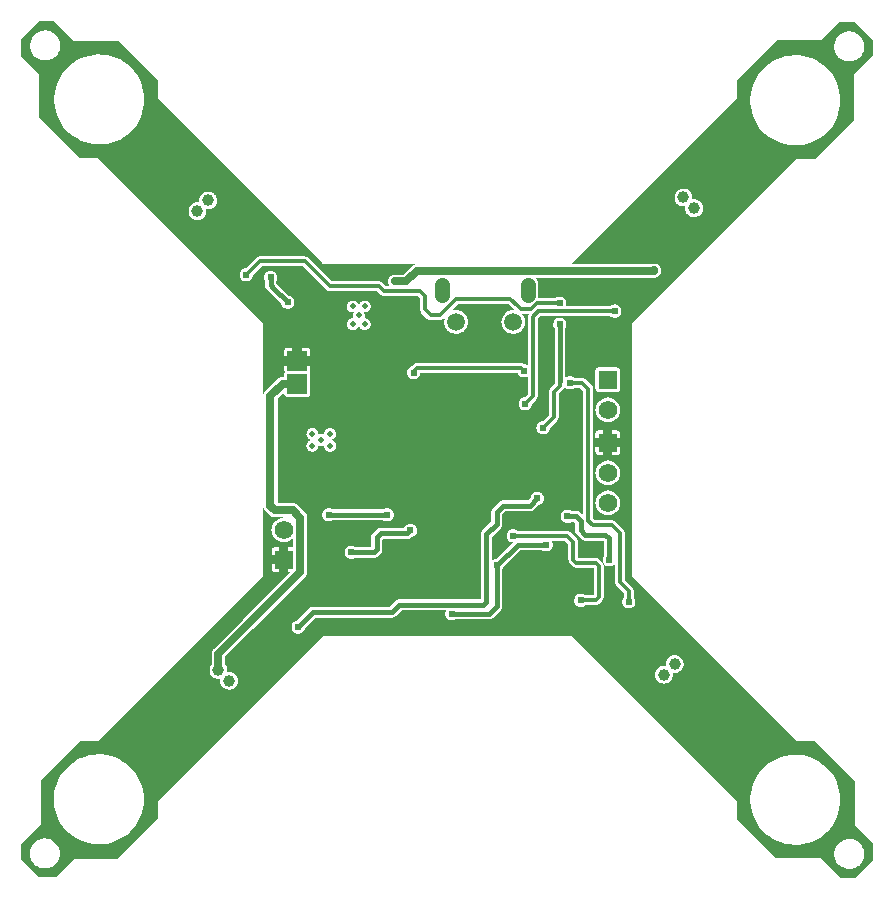
<source format=gbl>
G04 ---------------------------- Layer name :BOTTOM LAYER*
G04 EasyEDA v5.7.24, Wed, 12 Sep 2018 17:35:23 GMT*
G04 04e61e729e724139ab2a67c6bad7766c*
G04 Gerber Generator version 0.2*
G04 Scale: 100 percent, Rotated: No, Reflected: No *
G04 Dimensions in inches *
G04 leading zeros omitted , absolute positions ,2 integer and 4 decimal *
%FSLAX24Y24*%
%MOIN*%
G90*
G70D02*

%ADD11C,0.015000*%
%ADD12C,0.012000*%
%ADD13C,0.018000*%
%ADD14C,0.016000*%
%ADD15C,0.028000*%
%ADD18C,0.025000*%
%ADD23C,0.019700*%
%ADD24C,0.024400*%
%ADD44R,0.062000X0.062000*%
%ADD45C,0.062000*%
%ADD46C,0.039370*%
%ADD47R,0.066000X0.066000*%
%ADD48C,0.059055*%
%ADD49C,0.051181*%

%LPD*%
G36*
G01X27800Y0D02*
G01X27300Y0D01*
G01X26650Y650D01*
G01X25150Y650D01*
G01X23850Y1950D01*
G01X23850Y2563D01*
G01X18350Y8063D01*
G01X10050Y8063D01*
G01X4550Y2563D01*
G01X4550Y1963D01*
G01X3200Y613D01*
G01X1750Y613D01*
G01X1150Y13D01*
G01X600Y13D01*
G01X0Y613D01*
G01X0Y1113D01*
G01X650Y1763D01*
G01X650Y3263D01*
G01X1950Y4563D01*
G01X2550Y4563D01*
G01X8050Y10063D01*
G01X8050Y18480D01*
G01X3248Y23282D01*
G01X2536Y23994D01*
G01X1950Y23994D01*
G01X600Y25344D01*
G01X600Y26794D01*
G01X0Y27394D01*
G01X0Y27944D01*
G01X600Y28544D01*
G01X1100Y28544D01*
G01X1750Y27894D01*
G01X3250Y27894D01*
G01X4550Y26594D01*
G01X4550Y25980D01*
G01X10050Y20463D01*
G01X18335Y20463D01*
G01X23138Y25265D01*
G01X23850Y25978D01*
G01X23850Y26563D01*
G01X25200Y27913D01*
G01X26650Y27913D01*
G01X27250Y28513D01*
G01X27800Y28513D01*
G01X28400Y27913D01*
G01X28400Y27413D01*
G01X27750Y26763D01*
G01X27750Y25263D01*
G01X26450Y23963D01*
G01X25835Y23963D01*
G01X20350Y18484D01*
G01X20350Y10063D01*
G01X25151Y5261D01*
G01X25864Y4550D01*
G01X26450Y4550D01*
G01X27800Y3200D01*
G01X27800Y1750D01*
G01X28400Y1150D01*
G01X28400Y600D01*
G01X27800Y0D01*
G37*

%LPC*%
G36*
G01X737Y27240D02*
G01X787Y27237D01*
G01X837Y27238D01*
G01X886Y27244D01*
G01X935Y27255D01*
G01X983Y27271D01*
G01X1028Y27292D01*
G01X1071Y27317D01*
G01X1112Y27346D01*
G01X1149Y27379D01*
G01X1183Y27415D01*
G01X1213Y27455D01*
G01X1239Y27498D01*
G01X1261Y27543D01*
G01X1278Y27590D01*
G01X1291Y27638D01*
G01X1298Y27688D01*
G01X1301Y27738D01*
G01X1298Y27787D01*
G01X1291Y27837D01*
G01X1278Y27885D01*
G01X1261Y27932D01*
G01X1239Y27977D01*
G01X1213Y28020D01*
G01X1183Y28060D01*
G01X1149Y28096D01*
G01X1112Y28129D01*
G01X1071Y28158D01*
G01X1028Y28183D01*
G01X983Y28204D01*
G01X935Y28220D01*
G01X886Y28231D01*
G01X837Y28237D01*
G01X787Y28238D01*
G01X737Y28235D01*
G01X688Y28226D01*
G01X640Y28212D01*
G01X593Y28194D01*
G01X549Y28171D01*
G01X507Y28144D01*
G01X468Y28113D01*
G01X432Y28078D01*
G01X400Y28040D01*
G01X372Y27999D01*
G01X348Y27955D01*
G01X329Y27909D01*
G01X314Y27861D01*
G01X304Y27812D01*
G01X299Y27762D01*
G01X299Y27713D01*
G01X304Y27663D01*
G01X314Y27614D01*
G01X329Y27566D01*
G01X348Y27520D01*
G01X372Y27476D01*
G01X400Y27435D01*
G01X432Y27397D01*
G01X468Y27362D01*
G01X507Y27331D01*
G01X549Y27304D01*
G01X593Y27281D01*
G01X640Y27263D01*
G01X688Y27249D01*
G01X737Y27240D01*
G37*
G36*
G01X27537Y296D02*
G01X27587Y293D01*
G01X27637Y294D01*
G01X27686Y300D01*
G01X27735Y311D01*
G01X27783Y327D01*
G01X27828Y348D01*
G01X27871Y373D01*
G01X27912Y402D01*
G01X27949Y435D01*
G01X27983Y471D01*
G01X28013Y511D01*
G01X28039Y554D01*
G01X28061Y599D01*
G01X28078Y646D01*
G01X28091Y694D01*
G01X28098Y744D01*
G01X28101Y794D01*
G01X28098Y843D01*
G01X28091Y893D01*
G01X28078Y941D01*
G01X28061Y988D01*
G01X28039Y1033D01*
G01X28013Y1076D01*
G01X27983Y1116D01*
G01X27949Y1152D01*
G01X27912Y1185D01*
G01X27871Y1214D01*
G01X27828Y1239D01*
G01X27783Y1260D01*
G01X27735Y1276D01*
G01X27686Y1287D01*
G01X27637Y1293D01*
G01X27587Y1294D01*
G01X27537Y1291D01*
G01X27488Y1282D01*
G01X27440Y1268D01*
G01X27393Y1250D01*
G01X27349Y1227D01*
G01X27307Y1200D01*
G01X27268Y1169D01*
G01X27232Y1134D01*
G01X27200Y1096D01*
G01X27172Y1055D01*
G01X27148Y1011D01*
G01X27129Y965D01*
G01X27114Y917D01*
G01X27104Y868D01*
G01X27099Y818D01*
G01X27099Y769D01*
G01X27104Y719D01*
G01X27114Y670D01*
G01X27129Y622D01*
G01X27148Y576D01*
G01X27172Y532D01*
G01X27200Y491D01*
G01X27232Y453D01*
G01X27268Y418D01*
G01X27307Y387D01*
G01X27349Y360D01*
G01X27393Y337D01*
G01X27440Y319D01*
G01X27488Y305D01*
G01X27537Y296D01*
G37*
G36*
G01X723Y310D02*
G01X773Y307D01*
G01X823Y308D01*
G01X873Y314D01*
G01X921Y325D01*
G01X969Y341D01*
G01X1014Y362D01*
G01X1057Y387D01*
G01X1098Y416D01*
G01X1135Y449D01*
G01X1169Y485D01*
G01X1199Y525D01*
G01X1225Y568D01*
G01X1247Y613D01*
G01X1264Y660D01*
G01X1277Y708D01*
G01X1284Y758D01*
G01X1286Y807D01*
G01X1284Y857D01*
G01X1277Y907D01*
G01X1264Y955D01*
G01X1247Y1002D01*
G01X1225Y1047D01*
G01X1199Y1090D01*
G01X1169Y1130D01*
G01X1135Y1166D01*
G01X1098Y1199D01*
G01X1057Y1228D01*
G01X1014Y1253D01*
G01X969Y1274D01*
G01X921Y1290D01*
G01X873Y1301D01*
G01X823Y1307D01*
G01X773Y1308D01*
G01X723Y1305D01*
G01X674Y1296D01*
G01X626Y1282D01*
G01X579Y1264D01*
G01X535Y1241D01*
G01X493Y1214D01*
G01X454Y1183D01*
G01X418Y1148D01*
G01X386Y1110D01*
G01X358Y1069D01*
G01X334Y1025D01*
G01X315Y979D01*
G01X300Y931D01*
G01X290Y882D01*
G01X285Y832D01*
G01X285Y783D01*
G01X290Y733D01*
G01X300Y684D01*
G01X315Y636D01*
G01X334Y590D01*
G01X358Y546D01*
G01X386Y505D01*
G01X418Y467D01*
G01X454Y432D01*
G01X493Y401D01*
G01X535Y374D01*
G01X579Y351D01*
G01X626Y333D01*
G01X674Y319D01*
G01X723Y310D01*
G37*
G36*
G01X25613Y1104D02*
G01X25762Y1093D01*
G01X25912Y1097D01*
G01X26060Y1115D01*
G01X26206Y1149D01*
G01X26348Y1196D01*
G01X26484Y1258D01*
G01X26614Y1333D01*
G01X26735Y1420D01*
G01X26848Y1519D01*
G01X26949Y1629D01*
G01X27040Y1748D01*
G01X27118Y1876D01*
G01X27183Y2010D01*
G01X27234Y2151D01*
G01X27271Y2296D01*
G01X27293Y2444D01*
G01X27301Y2594D01*
G01X27293Y2743D01*
G01X27271Y2891D01*
G01X27234Y3036D01*
G01X27183Y3177D01*
G01X27118Y3311D01*
G01X27040Y3439D01*
G01X26949Y3558D01*
G01X26848Y3668D01*
G01X26735Y3767D01*
G01X26614Y3854D01*
G01X26484Y3929D01*
G01X26348Y3991D01*
G01X26206Y4038D01*
G01X26060Y4072D01*
G01X25912Y4090D01*
G01X25762Y4094D01*
G01X25613Y4083D01*
G01X25465Y4057D01*
G01X25321Y4016D01*
G01X25182Y3962D01*
G01X25049Y3893D01*
G01X24923Y3812D01*
G01X24806Y3719D01*
G01X24699Y3614D01*
G01X24603Y3500D01*
G01X24519Y3376D01*
G01X24447Y3245D01*
G01X24389Y3107D01*
G01X24345Y2964D01*
G01X24315Y2817D01*
G01X24300Y2668D01*
G01X24300Y2519D01*
G01X24315Y2370D01*
G01X24345Y2223D01*
G01X24389Y2080D01*
G01X24447Y1942D01*
G01X24519Y1811D01*
G01X24603Y1687D01*
G01X24699Y1573D01*
G01X24806Y1468D01*
G01X24923Y1375D01*
G01X25049Y1294D01*
G01X25182Y1225D01*
G01X25321Y1171D01*
G01X25465Y1130D01*
G01X25613Y1104D01*
G37*
G36*
G01X2399Y1118D02*
G01X2548Y1107D01*
G01X2698Y1111D01*
G01X2846Y1129D01*
G01X2992Y1163D01*
G01X3134Y1210D01*
G01X3270Y1272D01*
G01X3400Y1347D01*
G01X3521Y1434D01*
G01X3634Y1533D01*
G01X3735Y1643D01*
G01X3826Y1762D01*
G01X3904Y1890D01*
G01X3969Y2024D01*
G01X4020Y2165D01*
G01X4057Y2310D01*
G01X4079Y2458D01*
G01X4086Y2607D01*
G01X4079Y2757D01*
G01X4057Y2905D01*
G01X4020Y3050D01*
G01X3969Y3191D01*
G01X3904Y3325D01*
G01X3826Y3453D01*
G01X3735Y3572D01*
G01X3634Y3682D01*
G01X3521Y3781D01*
G01X3400Y3868D01*
G01X3270Y3943D01*
G01X3134Y4005D01*
G01X2992Y4052D01*
G01X2846Y4086D01*
G01X2698Y4104D01*
G01X2548Y4108D01*
G01X2399Y4097D01*
G01X2251Y4071D01*
G01X2107Y4030D01*
G01X1968Y3976D01*
G01X1835Y3907D01*
G01X1709Y3826D01*
G01X1592Y3733D01*
G01X1485Y3628D01*
G01X1389Y3514D01*
G01X1305Y3390D01*
G01X1233Y3259D01*
G01X1175Y3121D01*
G01X1131Y2978D01*
G01X1101Y2831D01*
G01X1086Y2682D01*
G01X1086Y2533D01*
G01X1101Y2384D01*
G01X1131Y2237D01*
G01X1175Y2094D01*
G01X1233Y1956D01*
G01X1305Y1825D01*
G01X1389Y1701D01*
G01X1485Y1587D01*
G01X1592Y1482D01*
G01X1709Y1389D01*
G01X1835Y1308D01*
G01X1968Y1239D01*
G01X2107Y1185D01*
G01X2251Y1144D01*
G01X2399Y1118D01*
G37*
G36*
G01X6890Y6270D02*
G01X6920Y6268D01*
G01X6950Y6268D01*
G01X6979Y6272D01*
G01X7008Y6279D01*
G01X7036Y6288D01*
G01X7063Y6300D01*
G01X7089Y6315D01*
G01X7113Y6333D01*
G01X7135Y6352D01*
G01X7156Y6374D01*
G01X7174Y6398D01*
G01X7189Y6423D01*
G01X7202Y6450D01*
G01X7212Y6478D01*
G01X7219Y6506D01*
G01X7224Y6536D01*
G01X7225Y6565D01*
G01X7224Y6595D01*
G01X7219Y6625D01*
G01X7212Y6653D01*
G01X7202Y6681D01*
G01X7189Y6708D01*
G01X7174Y6733D01*
G01X7156Y6757D01*
G01X7135Y6779D01*
G01X7113Y6798D01*
G01X7089Y6816D01*
G01X7063Y6831D01*
G01X7036Y6843D01*
G01X7008Y6852D01*
G01X6979Y6859D01*
G01X6950Y6863D01*
G01X6920Y6863D01*
G01X6890Y6861D01*
G01X6862Y6856D01*
G01X6863Y6862D01*
G01X6868Y6892D01*
G01X6869Y6922D01*
G01X6868Y6951D01*
G01X6863Y6981D01*
G01X6856Y7009D01*
G01X6846Y7037D01*
G01X6833Y7064D01*
G01X6818Y7089D01*
G01X6800Y7113D01*
G01X6796Y7116D01*
G01X6796Y7372D01*
G01X7700Y8275D01*
G01X7701Y8276D01*
G01X7712Y8281D01*
G01X7722Y8287D01*
G01X7732Y8294D01*
G01X7742Y8300D01*
G01X7751Y8308D01*
G01X7761Y8316D01*
G01X7769Y8324D01*
G01X9469Y10024D01*
G01X9474Y10028D01*
G01X9478Y10033D01*
G01X9482Y10038D01*
G01X9487Y10043D01*
G01X9491Y10048D01*
G01X9494Y10053D01*
G01X9498Y10059D01*
G01X9502Y10064D01*
G01X9505Y10070D01*
G01X9508Y10075D01*
G01X9512Y10081D01*
G01X9515Y10087D01*
G01X9517Y10093D01*
G01X9520Y10099D01*
G01X9522Y10105D01*
G01X9525Y10111D01*
G01X9527Y10117D01*
G01X9529Y10123D01*
G01X9531Y10129D01*
G01X9532Y10136D01*
G01X9534Y10142D01*
G01X9535Y10148D01*
G01X9536Y10155D01*
G01X9537Y10161D01*
G01X9538Y10168D01*
G01X9539Y10174D01*
G01X9539Y10181D01*
G01X9539Y10187D01*
G01X9539Y10194D01*
G01X9539Y11994D01*
G01X9539Y12000D01*
G01X9539Y12006D01*
G01X9539Y12013D01*
G01X9538Y12019D01*
G01X9537Y12026D01*
G01X9536Y12032D01*
G01X9535Y12039D01*
G01X9534Y12045D01*
G01X9532Y12051D01*
G01X9531Y12058D01*
G01X9529Y12064D01*
G01X9527Y12070D01*
G01X9525Y12076D01*
G01X9522Y12082D01*
G01X9520Y12088D01*
G01X9517Y12094D01*
G01X9515Y12100D01*
G01X9512Y12106D01*
G01X9508Y12112D01*
G01X9505Y12117D01*
G01X9502Y12123D01*
G01X9498Y12128D01*
G01X9494Y12134D01*
G01X9491Y12139D01*
G01X9487Y12144D01*
G01X9482Y12149D01*
G01X9478Y12154D01*
G01X9474Y12159D01*
G01X9469Y12163D01*
G01X9219Y12413D01*
G01X9215Y12418D01*
G01X9210Y12422D01*
G01X9205Y12426D01*
G01X9200Y12431D01*
G01X9195Y12435D01*
G01X9190Y12438D01*
G01X9184Y12442D01*
G01X9179Y12446D01*
G01X9173Y12449D01*
G01X9168Y12452D01*
G01X9162Y12456D01*
G01X9156Y12459D01*
G01X9150Y12461D01*
G01X9144Y12464D01*
G01X9138Y12466D01*
G01X9132Y12469D01*
G01X9126Y12471D01*
G01X9120Y12473D01*
G01X9114Y12475D01*
G01X9107Y12476D01*
G01X9101Y12478D01*
G01X9095Y12479D01*
G01X9088Y12480D01*
G01X9082Y12481D01*
G01X9075Y12482D01*
G01X9069Y12483D01*
G01X9062Y12483D01*
G01X9056Y12483D01*
G01X9050Y12484D01*
G01X8549Y12484D01*
G01X8540Y12493D01*
G01X8540Y15944D01*
G01X8769Y16174D01*
G01X8769Y16124D01*
G01X8770Y16119D01*
G01X8770Y16115D01*
G01X8770Y16111D01*
G01X8771Y16107D01*
G01X8772Y16103D01*
G01X8773Y16099D01*
G01X8774Y16095D01*
G01X8775Y16091D01*
G01X8776Y16087D01*
G01X8778Y16083D01*
G01X8780Y16080D01*
G01X8782Y16076D01*
G01X8784Y16072D01*
G01X8786Y16069D01*
G01X8788Y16065D01*
G01X8791Y16062D01*
G01X8793Y16059D01*
G01X8796Y16056D01*
G01X8799Y16053D01*
G01X8802Y16050D01*
G01X8805Y16047D01*
G01X8808Y16045D01*
G01X8811Y16042D01*
G01X8815Y16040D01*
G01X8818Y16038D01*
G01X8822Y16036D01*
G01X8826Y16034D01*
G01X8829Y16032D01*
G01X8833Y16030D01*
G01X8837Y16029D01*
G01X8841Y16028D01*
G01X8845Y16027D01*
G01X8849Y16026D01*
G01X8853Y16025D01*
G01X8857Y16024D01*
G01X8861Y16024D01*
G01X8865Y16024D01*
G01X8869Y16024D01*
G01X9530Y16024D01*
G01X9534Y16024D01*
G01X9538Y16024D01*
G01X9542Y16024D01*
G01X9546Y16025D01*
G01X9550Y16026D01*
G01X9554Y16027D01*
G01X9558Y16028D01*
G01X9562Y16029D01*
G01X9566Y16030D01*
G01X9570Y16032D01*
G01X9573Y16034D01*
G01X9577Y16036D01*
G01X9581Y16038D01*
G01X9584Y16040D01*
G01X9588Y16042D01*
G01X9591Y16045D01*
G01X9594Y16047D01*
G01X9597Y16050D01*
G01X9600Y16053D01*
G01X9603Y16056D01*
G01X9606Y16059D01*
G01X9608Y16062D01*
G01X9611Y16065D01*
G01X9613Y16069D01*
G01X9615Y16072D01*
G01X9617Y16076D01*
G01X9619Y16080D01*
G01X9621Y16083D01*
G01X9623Y16087D01*
G01X9624Y16091D01*
G01X9625Y16095D01*
G01X9626Y16099D01*
G01X9627Y16103D01*
G01X9628Y16107D01*
G01X9629Y16111D01*
G01X9629Y16115D01*
G01X9629Y16119D01*
G01X9630Y16124D01*
G01X9630Y16784D01*
G01X9629Y16788D01*
G01X9629Y16792D01*
G01X9629Y16796D01*
G01X9628Y16800D01*
G01X9627Y16804D01*
G01X9626Y16808D01*
G01X9625Y16812D01*
G01X9624Y16816D01*
G01X9623Y16820D01*
G01X9621Y16824D01*
G01X9619Y16827D01*
G01X9617Y16831D01*
G01X9615Y16835D01*
G01X9613Y16838D01*
G01X9611Y16842D01*
G01X9609Y16844D01*
G01X9611Y16845D01*
G01X9613Y16849D01*
G01X9615Y16852D01*
G01X9617Y16856D01*
G01X9619Y16860D01*
G01X9621Y16863D01*
G01X9623Y16867D01*
G01X9624Y16871D01*
G01X9625Y16875D01*
G01X9626Y16879D01*
G01X9627Y16883D01*
G01X9628Y16887D01*
G01X9629Y16891D01*
G01X9629Y16895D01*
G01X9629Y16899D01*
G01X9630Y16903D01*
G01X9630Y17069D01*
G01X9365Y17069D01*
G01X9365Y16884D01*
G01X9034Y16884D01*
G01X9034Y17069D01*
G01X8769Y17069D01*
G01X8769Y16903D01*
G01X8770Y16899D01*
G01X8770Y16895D01*
G01X8770Y16891D01*
G01X8771Y16887D01*
G01X8772Y16883D01*
G01X8773Y16879D01*
G01X8774Y16875D01*
G01X8775Y16871D01*
G01X8776Y16867D01*
G01X8778Y16863D01*
G01X8780Y16860D01*
G01X8782Y16856D01*
G01X8784Y16852D01*
G01X8786Y16849D01*
G01X8788Y16845D01*
G01X8790Y16844D01*
G01X8788Y16842D01*
G01X8786Y16838D01*
G01X8784Y16835D01*
G01X8782Y16831D01*
G01X8780Y16827D01*
G01X8778Y16824D01*
G01X8776Y16820D01*
G01X8775Y16816D01*
G01X8774Y16812D01*
G01X8773Y16808D01*
G01X8772Y16804D01*
G01X8771Y16800D01*
G01X8770Y16796D01*
G01X8770Y16792D01*
G01X8770Y16788D01*
G01X8769Y16784D01*
G01X8769Y16694D01*
G01X8709Y16694D01*
G01X8703Y16693D01*
G01X8697Y16693D01*
G01X8690Y16693D01*
G01X8684Y16692D01*
G01X8677Y16691D01*
G01X8671Y16690D01*
G01X8664Y16689D01*
G01X8658Y16688D01*
G01X8652Y16686D01*
G01X8645Y16685D01*
G01X8639Y16683D01*
G01X8633Y16681D01*
G01X8627Y16679D01*
G01X8621Y16676D01*
G01X8615Y16674D01*
G01X8609Y16671D01*
G01X8603Y16669D01*
G01X8597Y16666D01*
G01X8591Y16662D01*
G01X8586Y16659D01*
G01X8580Y16656D01*
G01X8575Y16652D01*
G01X8569Y16648D01*
G01X8564Y16645D01*
G01X8559Y16641D01*
G01X8554Y16636D01*
G01X8549Y16632D01*
G01X8544Y16628D01*
G01X8540Y16623D01*
G01X8130Y16213D01*
G01X8125Y16209D01*
G01X8121Y16204D01*
G01X8117Y16199D01*
G01X8112Y16194D01*
G01X8108Y16189D01*
G01X8105Y16184D01*
G01X8101Y16178D01*
G01X8097Y16173D01*
G01X8094Y16167D01*
G01X8091Y16162D01*
G01X8087Y16156D01*
G01X8084Y16150D01*
G01X8082Y16144D01*
G01X8079Y16138D01*
G01X8077Y16132D01*
G01X8074Y16126D01*
G01X8072Y16120D01*
G01X8070Y16114D01*
G01X8068Y16108D01*
G01X8067Y16101D01*
G01X8065Y16095D01*
G01X8064Y16089D01*
G01X8063Y16082D01*
G01X8062Y16076D01*
G01X8061Y16069D01*
G01X8060Y16063D01*
G01X8060Y16056D01*
G01X8060Y16050D01*
G01X8059Y16044D01*
G01X8059Y12394D01*
G01X8060Y12387D01*
G01X8060Y12381D01*
G01X8060Y12374D01*
G01X8061Y12368D01*
G01X8062Y12361D01*
G01X8063Y12355D01*
G01X8064Y12348D01*
G01X8065Y12342D01*
G01X8067Y12336D01*
G01X8068Y12329D01*
G01X8070Y12323D01*
G01X8072Y12317D01*
G01X8074Y12311D01*
G01X8077Y12305D01*
G01X8079Y12299D01*
G01X8082Y12293D01*
G01X8084Y12287D01*
G01X8087Y12281D01*
G01X8091Y12275D01*
G01X8094Y12270D01*
G01X8097Y12264D01*
G01X8101Y12259D01*
G01X8105Y12253D01*
G01X8108Y12248D01*
G01X8112Y12243D01*
G01X8117Y12238D01*
G01X8121Y12233D01*
G01X8125Y12228D01*
G01X8130Y12224D01*
G01X8280Y12074D01*
G01X8284Y12069D01*
G01X8289Y12065D01*
G01X8294Y12061D01*
G01X8299Y12056D01*
G01X8304Y12052D01*
G01X8309Y12049D01*
G01X8315Y12045D01*
G01X8320Y12041D01*
G01X8326Y12038D01*
G01X8331Y12035D01*
G01X8337Y12031D01*
G01X8343Y12028D01*
G01X8349Y12026D01*
G01X8355Y12023D01*
G01X8361Y12021D01*
G01X8367Y12018D01*
G01X8373Y12016D01*
G01X8379Y12014D01*
G01X8385Y12012D01*
G01X8392Y12011D01*
G01X8398Y12009D01*
G01X8404Y12008D01*
G01X8411Y12007D01*
G01X8417Y12006D01*
G01X8424Y12005D01*
G01X8430Y12004D01*
G01X8437Y12004D01*
G01X8443Y12004D01*
G01X8450Y12003D01*
G01X8728Y12003D01*
G01X8698Y12001D01*
G01X8658Y11994D01*
G01X8619Y11983D01*
G01X8580Y11968D01*
G01X8544Y11949D01*
G01X8510Y11927D01*
G01X8478Y11902D01*
G01X8448Y11873D01*
G01X8422Y11842D01*
G01X8399Y11808D01*
G01X8379Y11772D01*
G01X8363Y11734D01*
G01X8351Y11695D01*
G01X8343Y11655D01*
G01X8339Y11614D01*
G01X8339Y11573D01*
G01X8343Y11532D01*
G01X8351Y11492D01*
G01X8363Y11453D01*
G01X8379Y11415D01*
G01X8399Y11379D01*
G01X8422Y11345D01*
G01X8448Y11314D01*
G01X8478Y11285D01*
G01X8510Y11260D01*
G01X8544Y11238D01*
G01X8580Y11219D01*
G01X8619Y11204D01*
G01X8658Y11193D01*
G01X8698Y11186D01*
G01X8739Y11183D01*
G01X8780Y11184D01*
G01X8821Y11189D01*
G01X8861Y11198D01*
G01X8900Y11211D01*
G01X8937Y11228D01*
G01X8972Y11248D01*
G01X9006Y11272D01*
G01X9036Y11299D01*
G01X9059Y11324D01*
G01X9059Y11003D01*
G01X8905Y11003D01*
G01X8905Y10749D01*
G01X9059Y10749D01*
G01X9059Y10438D01*
G01X8905Y10438D01*
G01X8905Y10184D01*
G01X8950Y10184D01*
G01X7430Y8663D01*
G01X7422Y8655D01*
G01X7414Y8645D01*
G01X7406Y8636D01*
G01X7400Y8626D01*
G01X7393Y8616D01*
G01X7387Y8606D01*
G01X7382Y8595D01*
G01X7381Y8594D01*
G01X6412Y7625D01*
G01X6408Y7620D01*
G01X6404Y7615D01*
G01X6400Y7611D01*
G01X6396Y7606D01*
G01X6392Y7601D01*
G01X6388Y7596D01*
G01X6384Y7590D01*
G01X6381Y7585D01*
G01X6378Y7580D01*
G01X6375Y7574D01*
G01X6372Y7569D01*
G01X6369Y7563D01*
G01X6366Y7557D01*
G01X6364Y7552D01*
G01X6361Y7546D01*
G01X6359Y7540D01*
G01X6357Y7534D01*
G01X6355Y7528D01*
G01X6354Y7522D01*
G01X6352Y7516D01*
G01X6351Y7509D01*
G01X6350Y7503D01*
G01X6349Y7497D01*
G01X6348Y7491D01*
G01X6347Y7484D01*
G01X6347Y7478D01*
G01X6347Y7472D01*
G01X6346Y7465D01*
G01X6346Y7116D01*
G01X6334Y7101D01*
G01X6317Y7077D01*
G01X6303Y7051D01*
G01X6292Y7023D01*
G01X6283Y6995D01*
G01X6277Y6966D01*
G01X6274Y6936D01*
G01X6274Y6907D01*
G01X6277Y6877D01*
G01X6283Y6848D01*
G01X6292Y6820D01*
G01X6303Y6792D01*
G01X6317Y6766D01*
G01X6334Y6742D01*
G01X6353Y6719D01*
G01X6374Y6698D01*
G01X6398Y6680D01*
G01X6423Y6664D01*
G01X6449Y6650D01*
G01X6477Y6639D01*
G01X6505Y6631D01*
G01X6534Y6626D01*
G01X6564Y6624D01*
G01X6594Y6624D01*
G01X6623Y6628D01*
G01X6637Y6631D01*
G01X6633Y6610D01*
G01X6630Y6580D01*
G01X6630Y6551D01*
G01X6633Y6521D01*
G01X6639Y6492D01*
G01X6648Y6464D01*
G01X6659Y6436D01*
G01X6673Y6410D01*
G01X6690Y6386D01*
G01X6709Y6363D01*
G01X6730Y6342D01*
G01X6754Y6324D01*
G01X6779Y6308D01*
G01X6805Y6294D01*
G01X6833Y6283D01*
G01X6861Y6275D01*
G01X6890Y6270D01*
G37*
G36*
G01X21384Y6470D02*
G01X21414Y6468D01*
G01X21444Y6468D01*
G01X21473Y6472D01*
G01X21502Y6479D01*
G01X21530Y6488D01*
G01X21557Y6500D01*
G01X21583Y6515D01*
G01X21607Y6533D01*
G01X21629Y6552D01*
G01X21650Y6574D01*
G01X21668Y6598D01*
G01X21683Y6623D01*
G01X21696Y6650D01*
G01X21706Y6678D01*
G01X21713Y6706D01*
G01X21718Y6736D01*
G01X21719Y6765D01*
G01X21718Y6795D01*
G01X21713Y6825D01*
G01X21712Y6831D01*
G01X21740Y6826D01*
G01X21770Y6824D01*
G01X21800Y6824D01*
G01X21829Y6828D01*
G01X21858Y6835D01*
G01X21886Y6844D01*
G01X21913Y6856D01*
G01X21939Y6871D01*
G01X21963Y6889D01*
G01X21985Y6908D01*
G01X22006Y6930D01*
G01X22024Y6954D01*
G01X22039Y6979D01*
G01X22052Y7006D01*
G01X22062Y7034D01*
G01X22069Y7062D01*
G01X22074Y7092D01*
G01X22075Y7122D01*
G01X22074Y7151D01*
G01X22069Y7181D01*
G01X22062Y7209D01*
G01X22052Y7237D01*
G01X22039Y7264D01*
G01X22024Y7289D01*
G01X22006Y7313D01*
G01X21985Y7335D01*
G01X21963Y7354D01*
G01X21939Y7372D01*
G01X21913Y7387D01*
G01X21886Y7399D01*
G01X21858Y7408D01*
G01X21829Y7415D01*
G01X21800Y7419D01*
G01X21770Y7419D01*
G01X21740Y7417D01*
G01X21711Y7412D01*
G01X21683Y7404D01*
G01X21655Y7393D01*
G01X21629Y7379D01*
G01X21604Y7363D01*
G01X21580Y7345D01*
G01X21559Y7324D01*
G01X21540Y7301D01*
G01X21523Y7277D01*
G01X21509Y7251D01*
G01X21498Y7223D01*
G01X21489Y7195D01*
G01X21483Y7166D01*
G01X21480Y7136D01*
G01X21480Y7107D01*
G01X21483Y7077D01*
G01X21487Y7056D01*
G01X21473Y7059D01*
G01X21444Y7063D01*
G01X21414Y7063D01*
G01X21384Y7061D01*
G01X21355Y7056D01*
G01X21327Y7048D01*
G01X21299Y7037D01*
G01X21273Y7023D01*
G01X21248Y7007D01*
G01X21224Y6989D01*
G01X21203Y6968D01*
G01X21184Y6945D01*
G01X21167Y6921D01*
G01X21153Y6895D01*
G01X21142Y6867D01*
G01X21133Y6839D01*
G01X21127Y6810D01*
G01X21124Y6780D01*
G01X21124Y6751D01*
G01X21127Y6721D01*
G01X21133Y6692D01*
G01X21142Y6664D01*
G01X21153Y6636D01*
G01X21167Y6610D01*
G01X21184Y6586D01*
G01X21203Y6563D01*
G01X21224Y6542D01*
G01X21248Y6524D01*
G01X21273Y6508D01*
G01X21299Y6494D01*
G01X21327Y6483D01*
G01X21355Y6475D01*
G01X21384Y6470D01*
G37*
G36*
G01X27537Y27210D02*
G01X27587Y27207D01*
G01X27637Y27208D01*
G01X27686Y27214D01*
G01X27735Y27225D01*
G01X27783Y27241D01*
G01X27828Y27262D01*
G01X27871Y27287D01*
G01X27912Y27316D01*
G01X27949Y27349D01*
G01X27983Y27385D01*
G01X28013Y27425D01*
G01X28039Y27468D01*
G01X28061Y27513D01*
G01X28078Y27560D01*
G01X28091Y27608D01*
G01X28098Y27658D01*
G01X28101Y27707D01*
G01X28098Y27757D01*
G01X28091Y27807D01*
G01X28078Y27855D01*
G01X28061Y27902D01*
G01X28039Y27947D01*
G01X28013Y27990D01*
G01X27983Y28030D01*
G01X27949Y28066D01*
G01X27912Y28099D01*
G01X27871Y28128D01*
G01X27828Y28153D01*
G01X27783Y28174D01*
G01X27735Y28190D01*
G01X27686Y28201D01*
G01X27637Y28207D01*
G01X27587Y28208D01*
G01X27537Y28205D01*
G01X27488Y28196D01*
G01X27440Y28182D01*
G01X27393Y28164D01*
G01X27349Y28141D01*
G01X27307Y28114D01*
G01X27268Y28083D01*
G01X27232Y28048D01*
G01X27200Y28010D01*
G01X27172Y27969D01*
G01X27148Y27925D01*
G01X27129Y27879D01*
G01X27114Y27831D01*
G01X27104Y27782D01*
G01X27099Y27732D01*
G01X27099Y27683D01*
G01X27104Y27633D01*
G01X27114Y27584D01*
G01X27129Y27536D01*
G01X27148Y27490D01*
G01X27172Y27446D01*
G01X27200Y27405D01*
G01X27232Y27367D01*
G01X27268Y27332D01*
G01X27307Y27301D01*
G01X27349Y27274D01*
G01X27393Y27251D01*
G01X27440Y27233D01*
G01X27488Y27219D01*
G01X27537Y27210D01*
G37*
G36*
G01X2413Y24448D02*
G01X2562Y24437D01*
G01X2712Y24441D01*
G01X2860Y24459D01*
G01X3006Y24493D01*
G01X3148Y24540D01*
G01X3284Y24602D01*
G01X3414Y24677D01*
G01X3535Y24764D01*
G01X3648Y24863D01*
G01X3749Y24973D01*
G01X3840Y25092D01*
G01X3918Y25220D01*
G01X3983Y25354D01*
G01X4034Y25495D01*
G01X4071Y25640D01*
G01X4093Y25788D01*
G01X4101Y25938D01*
G01X4093Y26087D01*
G01X4071Y26235D01*
G01X4034Y26380D01*
G01X3983Y26521D01*
G01X3918Y26655D01*
G01X3840Y26783D01*
G01X3749Y26902D01*
G01X3648Y27012D01*
G01X3535Y27111D01*
G01X3414Y27198D01*
G01X3284Y27273D01*
G01X3148Y27335D01*
G01X3006Y27382D01*
G01X2860Y27416D01*
G01X2712Y27434D01*
G01X2562Y27438D01*
G01X2413Y27427D01*
G01X2265Y27401D01*
G01X2121Y27360D01*
G01X1982Y27306D01*
G01X1849Y27237D01*
G01X1723Y27156D01*
G01X1606Y27063D01*
G01X1499Y26958D01*
G01X1403Y26844D01*
G01X1319Y26720D01*
G01X1247Y26589D01*
G01X1189Y26451D01*
G01X1145Y26308D01*
G01X1115Y26161D01*
G01X1100Y26012D01*
G01X1100Y25863D01*
G01X1115Y25714D01*
G01X1145Y25567D01*
G01X1189Y25424D01*
G01X1247Y25286D01*
G01X1319Y25155D01*
G01X1403Y25031D01*
G01X1499Y24917D01*
G01X1606Y24812D01*
G01X1723Y24719D01*
G01X1849Y24638D01*
G01X1982Y24569D01*
G01X2121Y24515D01*
G01X2265Y24474D01*
G01X2413Y24448D01*
G37*
G36*
G01X25613Y24418D02*
G01X25762Y24407D01*
G01X25912Y24411D01*
G01X26060Y24429D01*
G01X26206Y24463D01*
G01X26348Y24510D01*
G01X26484Y24572D01*
G01X26614Y24647D01*
G01X26735Y24734D01*
G01X26848Y24833D01*
G01X26949Y24943D01*
G01X27040Y25062D01*
G01X27118Y25190D01*
G01X27183Y25324D01*
G01X27234Y25465D01*
G01X27271Y25610D01*
G01X27293Y25758D01*
G01X27301Y25907D01*
G01X27293Y26057D01*
G01X27271Y26205D01*
G01X27234Y26350D01*
G01X27183Y26491D01*
G01X27118Y26625D01*
G01X27040Y26753D01*
G01X26949Y26872D01*
G01X26848Y26982D01*
G01X26735Y27081D01*
G01X26614Y27168D01*
G01X26484Y27243D01*
G01X26348Y27305D01*
G01X26206Y27352D01*
G01X26060Y27386D01*
G01X25912Y27404D01*
G01X25762Y27408D01*
G01X25613Y27397D01*
G01X25465Y27371D01*
G01X25321Y27330D01*
G01X25182Y27276D01*
G01X25049Y27207D01*
G01X24923Y27126D01*
G01X24806Y27033D01*
G01X24699Y26928D01*
G01X24603Y26814D01*
G01X24519Y26690D01*
G01X24447Y26559D01*
G01X24389Y26421D01*
G01X24345Y26278D01*
G01X24315Y26131D01*
G01X24300Y25982D01*
G01X24300Y25833D01*
G01X24315Y25684D01*
G01X24345Y25537D01*
G01X24389Y25394D01*
G01X24447Y25256D01*
G01X24519Y25125D01*
G01X24603Y25001D01*
G01X24699Y24887D01*
G01X24806Y24782D01*
G01X24923Y24689D01*
G01X25049Y24608D01*
G01X25182Y24539D01*
G01X25321Y24485D01*
G01X25465Y24444D01*
G01X25613Y24418D01*
G37*
G36*
G01X22390Y22020D02*
G01X22420Y22018D01*
G01X22450Y22018D01*
G01X22479Y22022D01*
G01X22508Y22029D01*
G01X22536Y22038D01*
G01X22563Y22050D01*
G01X22589Y22065D01*
G01X22613Y22083D01*
G01X22635Y22102D01*
G01X22656Y22124D01*
G01X22674Y22148D01*
G01X22689Y22173D01*
G01X22702Y22200D01*
G01X22712Y22228D01*
G01X22719Y22256D01*
G01X22724Y22286D01*
G01X22725Y22315D01*
G01X22724Y22345D01*
G01X22719Y22375D01*
G01X22712Y22403D01*
G01X22702Y22431D01*
G01X22689Y22458D01*
G01X22674Y22483D01*
G01X22656Y22507D01*
G01X22635Y22529D01*
G01X22613Y22548D01*
G01X22589Y22566D01*
G01X22563Y22581D01*
G01X22536Y22593D01*
G01X22508Y22602D01*
G01X22479Y22609D01*
G01X22450Y22613D01*
G01X22420Y22613D01*
G01X22390Y22611D01*
G01X22362Y22606D01*
G01X22363Y22612D01*
G01X22368Y22642D01*
G01X22369Y22672D01*
G01X22368Y22701D01*
G01X22363Y22731D01*
G01X22356Y22759D01*
G01X22346Y22787D01*
G01X22333Y22814D01*
G01X22318Y22839D01*
G01X22300Y22863D01*
G01X22279Y22885D01*
G01X22257Y22904D01*
G01X22233Y22922D01*
G01X22207Y22937D01*
G01X22180Y22949D01*
G01X22152Y22958D01*
G01X22123Y22965D01*
G01X22094Y22969D01*
G01X22064Y22969D01*
G01X22034Y22967D01*
G01X22005Y22962D01*
G01X21977Y22954D01*
G01X21949Y22943D01*
G01X21923Y22929D01*
G01X21898Y22913D01*
G01X21874Y22895D01*
G01X21853Y22874D01*
G01X21834Y22851D01*
G01X21817Y22827D01*
G01X21803Y22801D01*
G01X21792Y22773D01*
G01X21783Y22745D01*
G01X21777Y22716D01*
G01X21774Y22686D01*
G01X21774Y22657D01*
G01X21777Y22627D01*
G01X21783Y22598D01*
G01X21792Y22570D01*
G01X21803Y22542D01*
G01X21817Y22516D01*
G01X21834Y22492D01*
G01X21853Y22469D01*
G01X21874Y22448D01*
G01X21898Y22430D01*
G01X21923Y22414D01*
G01X21949Y22400D01*
G01X21977Y22389D01*
G01X22005Y22381D01*
G01X22034Y22376D01*
G01X22064Y22374D01*
G01X22094Y22374D01*
G01X22123Y22378D01*
G01X22137Y22381D01*
G01X22133Y22360D01*
G01X22130Y22330D01*
G01X22130Y22301D01*
G01X22133Y22271D01*
G01X22139Y22242D01*
G01X22148Y22214D01*
G01X22159Y22186D01*
G01X22173Y22160D01*
G01X22190Y22136D01*
G01X22209Y22113D01*
G01X22230Y22092D01*
G01X22254Y22074D01*
G01X22279Y22058D01*
G01X22305Y22044D01*
G01X22333Y22033D01*
G01X22361Y22025D01*
G01X22390Y22020D01*
G37*
G36*
G01X9202Y8132D02*
G01X9224Y8131D01*
G01X9246Y8131D01*
G01X9268Y8134D01*
G01X9290Y8139D01*
G01X9311Y8146D01*
G01X9331Y8155D01*
G01X9350Y8166D01*
G01X9369Y8179D01*
G01X9385Y8194D01*
G01X9400Y8210D01*
G01X9414Y8228D01*
G01X9425Y8247D01*
G01X9435Y8267D01*
G01X9443Y8288D01*
G01X9448Y8309D01*
G01X9450Y8319D01*
G01X9794Y8663D01*
G01X12350Y8663D01*
G01X12355Y8664D01*
G01X12361Y8664D01*
G01X12366Y8664D01*
G01X12372Y8665D01*
G01X12378Y8666D01*
G01X12383Y8667D01*
G01X12389Y8668D01*
G01X12394Y8669D01*
G01X12400Y8671D01*
G01X12405Y8672D01*
G01X12410Y8674D01*
G01X12416Y8676D01*
G01X12421Y8678D01*
G01X12426Y8681D01*
G01X12431Y8683D01*
G01X12436Y8686D01*
G01X12441Y8689D01*
G01X12446Y8692D01*
G01X12451Y8695D01*
G01X12455Y8698D01*
G01X12460Y8701D01*
G01X12464Y8705D01*
G01X12469Y8708D01*
G01X12473Y8712D01*
G01X12477Y8716D01*
G01X12674Y8913D01*
G01X14162Y8913D01*
G01X14159Y8910D01*
G01X14149Y8890D01*
G01X14140Y8870D01*
G01X14133Y8849D01*
G01X14129Y8827D01*
G01X14127Y8805D01*
G01X14127Y8782D01*
G01X14129Y8760D01*
G01X14133Y8738D01*
G01X14140Y8717D01*
G01X14149Y8697D01*
G01X14159Y8677D01*
G01X14172Y8659D01*
G01X14186Y8642D01*
G01X14202Y8626D01*
G01X14219Y8612D01*
G01X14238Y8600D01*
G01X14258Y8590D01*
G01X14278Y8582D01*
G01X14300Y8576D01*
G01X14322Y8572D01*
G01X14344Y8571D01*
G01X14366Y8571D01*
G01X14388Y8574D01*
G01X14410Y8579D01*
G01X14431Y8586D01*
G01X14451Y8595D01*
G01X14470Y8606D01*
G01X14481Y8613D01*
G01X15600Y8613D01*
G01X15605Y8614D01*
G01X15611Y8614D01*
G01X15616Y8614D01*
G01X15622Y8615D01*
G01X15628Y8616D01*
G01X15633Y8617D01*
G01X15639Y8618D01*
G01X15644Y8619D01*
G01X15650Y8621D01*
G01X15655Y8622D01*
G01X15660Y8624D01*
G01X15666Y8626D01*
G01X15671Y8628D01*
G01X15676Y8631D01*
G01X15681Y8633D01*
G01X15686Y8636D01*
G01X15691Y8639D01*
G01X15696Y8642D01*
G01X15701Y8645D01*
G01X15705Y8648D01*
G01X15710Y8651D01*
G01X15714Y8655D01*
G01X15719Y8658D01*
G01X15723Y8662D01*
G01X15727Y8666D01*
G01X15987Y8926D01*
G01X15991Y8930D01*
G01X15995Y8934D01*
G01X15998Y8939D01*
G01X16002Y8943D01*
G01X16005Y8948D01*
G01X16008Y8952D01*
G01X16011Y8957D01*
G01X16014Y8962D01*
G01X16017Y8967D01*
G01X16020Y8972D01*
G01X16022Y8977D01*
G01X16025Y8982D01*
G01X16027Y8987D01*
G01X16029Y8993D01*
G01X16031Y8998D01*
G01X16032Y9003D01*
G01X16034Y9009D01*
G01X16035Y9014D01*
G01X16036Y9020D01*
G01X16037Y9025D01*
G01X16038Y9031D01*
G01X16039Y9037D01*
G01X16039Y9042D01*
G01X16039Y9048D01*
G01X16039Y9053D01*
G01X16039Y10272D01*
G01X16044Y10278D01*
G01X16055Y10297D01*
G01X16065Y10317D01*
G01X16073Y10338D01*
G01X16078Y10359D01*
G01X16080Y10369D01*
G01X16624Y10913D01*
G01X17368Y10913D01*
G01X17369Y10912D01*
G01X17388Y10900D01*
G01X17408Y10890D01*
G01X17428Y10882D01*
G01X17450Y10876D01*
G01X17472Y10872D01*
G01X17494Y10871D01*
G01X17516Y10871D01*
G01X17538Y10874D01*
G01X17560Y10879D01*
G01X17581Y10886D01*
G01X17601Y10895D01*
G01X17620Y10906D01*
G01X17639Y10919D01*
G01X17655Y10934D01*
G01X17670Y10950D01*
G01X17684Y10968D01*
G01X17695Y10987D01*
G01X17705Y11007D01*
G01X17713Y11028D01*
G01X17718Y11049D01*
G01X17721Y11071D01*
G01X17722Y11094D01*
G01X17721Y11116D01*
G01X17718Y11138D01*
G01X17713Y11159D01*
G01X17705Y11180D01*
G01X17695Y11200D01*
G01X17684Y11219D01*
G01X17673Y11234D01*
G01X18133Y11234D01*
G01X18239Y11127D01*
G01X18239Y10594D01*
G01X18240Y10588D01*
G01X18240Y10583D01*
G01X18240Y10577D01*
G01X18241Y10572D01*
G01X18242Y10566D01*
G01X18243Y10561D01*
G01X18244Y10556D01*
G01X18245Y10550D01*
G01X18247Y10545D01*
G01X18249Y10540D01*
G01X18251Y10535D01*
G01X18253Y10530D01*
G01X18255Y10525D01*
G01X18257Y10520D01*
G01X18260Y10515D01*
G01X18263Y10510D01*
G01X18266Y10506D01*
G01X18269Y10501D01*
G01X18272Y10497D01*
G01X18275Y10493D01*
G01X18279Y10488D01*
G01X18283Y10484D01*
G01X18286Y10480D01*
G01X18386Y10380D01*
G01X18390Y10377D01*
G01X18394Y10373D01*
G01X18399Y10369D01*
G01X18403Y10366D01*
G01X18407Y10363D01*
G01X18412Y10360D01*
G01X18416Y10357D01*
G01X18421Y10354D01*
G01X18426Y10351D01*
G01X18431Y10349D01*
G01X18436Y10347D01*
G01X18441Y10345D01*
G01X18446Y10343D01*
G01X18451Y10341D01*
G01X18456Y10339D01*
G01X18462Y10338D01*
G01X18467Y10337D01*
G01X18472Y10336D01*
G01X18478Y10335D01*
G01X18483Y10334D01*
G01X18489Y10334D01*
G01X18494Y10334D01*
G01X18500Y10334D01*
G01X19083Y10334D01*
G01X19089Y10327D01*
G01X19089Y9410D01*
G01X19083Y9403D01*
G01X18805Y9403D01*
G01X18789Y9418D01*
G01X18770Y9431D01*
G01X18751Y9442D01*
G01X18731Y9451D01*
G01X18710Y9458D01*
G01X18688Y9463D01*
G01X18666Y9466D01*
G01X18644Y9466D01*
G01X18622Y9465D01*
G01X18600Y9461D01*
G01X18578Y9455D01*
G01X18558Y9447D01*
G01X18538Y9437D01*
G01X18519Y9425D01*
G01X18502Y9411D01*
G01X18486Y9395D01*
G01X18472Y9378D01*
G01X18459Y9360D01*
G01X18449Y9340D01*
G01X18440Y9320D01*
G01X18433Y9299D01*
G01X18429Y9277D01*
G01X18427Y9255D01*
G01X18427Y9232D01*
G01X18429Y9210D01*
G01X18433Y9188D01*
G01X18440Y9167D01*
G01X18449Y9147D01*
G01X18459Y9127D01*
G01X18472Y9109D01*
G01X18486Y9092D01*
G01X18502Y9076D01*
G01X18519Y9062D01*
G01X18538Y9050D01*
G01X18558Y9040D01*
G01X18578Y9032D01*
G01X18600Y9026D01*
G01X18622Y9022D01*
G01X18644Y9021D01*
G01X18666Y9021D01*
G01X18688Y9024D01*
G01X18710Y9029D01*
G01X18731Y9036D01*
G01X18751Y9045D01*
G01X18770Y9056D01*
G01X18789Y9069D01*
G01X18805Y9084D01*
G01X19150Y9084D01*
G01X19155Y9084D01*
G01X19160Y9084D01*
G01X19166Y9084D01*
G01X19171Y9085D01*
G01X19177Y9086D01*
G01X19182Y9087D01*
G01X19187Y9088D01*
G01X19193Y9089D01*
G01X19198Y9091D01*
G01X19203Y9093D01*
G01X19208Y9095D01*
G01X19213Y9097D01*
G01X19218Y9099D01*
G01X19223Y9101D01*
G01X19228Y9104D01*
G01X19233Y9107D01*
G01X19237Y9110D01*
G01X19242Y9113D01*
G01X19246Y9116D01*
G01X19250Y9119D01*
G01X19255Y9123D01*
G01X19259Y9127D01*
G01X19263Y9130D01*
G01X19363Y9230D01*
G01X19366Y9234D01*
G01X19370Y9238D01*
G01X19374Y9243D01*
G01X19377Y9247D01*
G01X19380Y9251D01*
G01X19383Y9256D01*
G01X19386Y9260D01*
G01X19389Y9265D01*
G01X19392Y9270D01*
G01X19394Y9275D01*
G01X19396Y9280D01*
G01X19398Y9285D01*
G01X19400Y9290D01*
G01X19402Y9295D01*
G01X19404Y9300D01*
G01X19405Y9306D01*
G01X19406Y9311D01*
G01X19407Y9316D01*
G01X19408Y9322D01*
G01X19409Y9327D01*
G01X19409Y9333D01*
G01X19409Y9338D01*
G01X19410Y9344D01*
G01X19410Y10394D01*
G01X19409Y10399D01*
G01X19409Y10404D01*
G01X19409Y10410D01*
G01X19408Y10415D01*
G01X19407Y10421D01*
G01X19406Y10426D01*
G01X19405Y10431D01*
G01X19404Y10437D01*
G01X19402Y10442D01*
G01X19400Y10447D01*
G01X19398Y10452D01*
G01X19396Y10457D01*
G01X19394Y10462D01*
G01X19392Y10467D01*
G01X19389Y10472D01*
G01X19386Y10477D01*
G01X19383Y10481D01*
G01X19380Y10486D01*
G01X19377Y10490D01*
G01X19374Y10494D01*
G01X19370Y10499D01*
G01X19366Y10503D01*
G01X19363Y10507D01*
G01X19263Y10607D01*
G01X19259Y10610D01*
G01X19255Y10614D01*
G01X19250Y10618D01*
G01X19246Y10621D01*
G01X19242Y10624D01*
G01X19237Y10627D01*
G01X19233Y10630D01*
G01X19228Y10633D01*
G01X19223Y10636D01*
G01X19218Y10638D01*
G01X19213Y10640D01*
G01X19208Y10642D01*
G01X19203Y10644D01*
G01X19198Y10646D01*
G01X19193Y10648D01*
G01X19187Y10649D01*
G01X19182Y10650D01*
G01X19177Y10651D01*
G01X19171Y10652D01*
G01X19166Y10653D01*
G01X19160Y10653D01*
G01X19155Y10653D01*
G01X19150Y10653D01*
G01X18566Y10653D01*
G01X18560Y10660D01*
G01X18560Y11194D01*
G01X18559Y11199D01*
G01X18559Y11204D01*
G01X18559Y11210D01*
G01X18558Y11215D01*
G01X18557Y11221D01*
G01X18556Y11226D01*
G01X18555Y11231D01*
G01X18554Y11237D01*
G01X18552Y11242D01*
G01X18550Y11247D01*
G01X18548Y11252D01*
G01X18546Y11257D01*
G01X18544Y11262D01*
G01X18542Y11267D01*
G01X18539Y11272D01*
G01X18536Y11277D01*
G01X18533Y11281D01*
G01X18530Y11286D01*
G01X18527Y11290D01*
G01X18524Y11294D01*
G01X18520Y11299D01*
G01X18516Y11303D01*
G01X18513Y11307D01*
G01X18313Y11507D01*
G01X18309Y11510D01*
G01X18305Y11514D01*
G01X18300Y11518D01*
G01X18296Y11521D01*
G01X18292Y11524D01*
G01X18287Y11527D01*
G01X18283Y11530D01*
G01X18278Y11533D01*
G01X18273Y11536D01*
G01X18268Y11538D01*
G01X18263Y11540D01*
G01X18258Y11542D01*
G01X18253Y11544D01*
G01X18248Y11546D01*
G01X18243Y11548D01*
G01X18237Y11549D01*
G01X18232Y11550D01*
G01X18227Y11551D01*
G01X18221Y11552D01*
G01X18216Y11553D01*
G01X18210Y11553D01*
G01X18205Y11553D01*
G01X18200Y11553D01*
G01X16555Y11553D01*
G01X16539Y11568D01*
G01X16520Y11581D01*
G01X16501Y11592D01*
G01X16481Y11601D01*
G01X16460Y11608D01*
G01X16438Y11613D01*
G01X16416Y11616D01*
G01X16394Y11616D01*
G01X16372Y11615D01*
G01X16350Y11611D01*
G01X16328Y11605D01*
G01X16308Y11597D01*
G01X16288Y11587D01*
G01X16269Y11575D01*
G01X16252Y11561D01*
G01X16236Y11545D01*
G01X16222Y11528D01*
G01X16209Y11510D01*
G01X16199Y11490D01*
G01X16190Y11470D01*
G01X16183Y11449D01*
G01X16179Y11427D01*
G01X16177Y11405D01*
G01X16177Y11382D01*
G01X16179Y11360D01*
G01X16183Y11338D01*
G01X16190Y11317D01*
G01X16199Y11297D01*
G01X16209Y11277D01*
G01X16222Y11259D01*
G01X16236Y11242D01*
G01X16252Y11226D01*
G01X16269Y11212D01*
G01X16288Y11200D01*
G01X16308Y11190D01*
G01X16328Y11182D01*
G01X16350Y11176D01*
G01X16372Y11172D01*
G01X16374Y11172D01*
G01X15825Y10624D01*
G01X15810Y10621D01*
G01X15788Y10615D01*
G01X15768Y10607D01*
G01X15748Y10597D01*
G01X15729Y10585D01*
G01X15712Y10571D01*
G01X15696Y10555D01*
G01X15682Y10538D01*
G01X15680Y10535D01*
G01X15680Y11369D01*
G01X15977Y11666D01*
G01X15981Y11670D01*
G01X15985Y11674D01*
G01X15988Y11679D01*
G01X15992Y11683D01*
G01X15995Y11688D01*
G01X15998Y11692D01*
G01X16001Y11697D01*
G01X16004Y11702D01*
G01X16007Y11707D01*
G01X16010Y11712D01*
G01X16012Y11717D01*
G01X16015Y11722D01*
G01X16017Y11727D01*
G01X16019Y11733D01*
G01X16021Y11738D01*
G01X16022Y11743D01*
G01X16024Y11749D01*
G01X16025Y11754D01*
G01X16026Y11760D01*
G01X16027Y11765D01*
G01X16028Y11771D01*
G01X16029Y11777D01*
G01X16029Y11782D01*
G01X16029Y11788D01*
G01X16030Y11794D01*
G01X16030Y12119D01*
G01X16124Y12213D01*
G01X16950Y12213D01*
G01X16955Y12214D01*
G01X16961Y12214D01*
G01X16966Y12214D01*
G01X16972Y12215D01*
G01X16978Y12216D01*
G01X16983Y12217D01*
G01X16989Y12218D01*
G01X16994Y12219D01*
G01X17000Y12221D01*
G01X17005Y12222D01*
G01X17010Y12224D01*
G01X17016Y12226D01*
G01X17021Y12228D01*
G01X17026Y12231D01*
G01X17031Y12233D01*
G01X17036Y12236D01*
G01X17041Y12239D01*
G01X17046Y12242D01*
G01X17051Y12245D01*
G01X17055Y12248D01*
G01X17060Y12251D01*
G01X17064Y12255D01*
G01X17069Y12258D01*
G01X17073Y12262D01*
G01X17077Y12266D01*
G01X17234Y12423D01*
G01X17238Y12424D01*
G01X17260Y12429D01*
G01X17281Y12436D01*
G01X17301Y12445D01*
G01X17320Y12456D01*
G01X17339Y12469D01*
G01X17355Y12484D01*
G01X17370Y12500D01*
G01X17384Y12518D01*
G01X17395Y12537D01*
G01X17405Y12557D01*
G01X17413Y12578D01*
G01X17418Y12599D01*
G01X17421Y12621D01*
G01X17422Y12644D01*
G01X17421Y12666D01*
G01X17418Y12688D01*
G01X17413Y12709D01*
G01X17405Y12730D01*
G01X17395Y12750D01*
G01X17384Y12769D01*
G01X17370Y12787D01*
G01X17355Y12803D01*
G01X17339Y12818D01*
G01X17320Y12831D01*
G01X17301Y12842D01*
G01X17281Y12851D01*
G01X17260Y12858D01*
G01X17238Y12863D01*
G01X17216Y12866D01*
G01X17194Y12866D01*
G01X17172Y12865D01*
G01X17150Y12861D01*
G01X17128Y12855D01*
G01X17108Y12847D01*
G01X17088Y12837D01*
G01X17069Y12825D01*
G01X17052Y12811D01*
G01X17036Y12795D01*
G01X17022Y12778D01*
G01X17009Y12760D01*
G01X16999Y12740D01*
G01X16990Y12720D01*
G01X16983Y12699D01*
G01X16979Y12678D01*
G01X16875Y12574D01*
G01X16050Y12574D01*
G01X16044Y12573D01*
G01X16038Y12573D01*
G01X16033Y12573D01*
G01X16027Y12572D01*
G01X16021Y12571D01*
G01X16016Y12570D01*
G01X16010Y12569D01*
G01X16005Y12568D01*
G01X15999Y12566D01*
G01X15994Y12565D01*
G01X15989Y12563D01*
G01X15983Y12561D01*
G01X15978Y12559D01*
G01X15973Y12556D01*
G01X15968Y12554D01*
G01X15963Y12551D01*
G01X15958Y12548D01*
G01X15953Y12545D01*
G01X15948Y12542D01*
G01X15944Y12539D01*
G01X15939Y12536D01*
G01X15935Y12532D01*
G01X15930Y12529D01*
G01X15926Y12525D01*
G01X15922Y12521D01*
G01X15722Y12321D01*
G01X15718Y12317D01*
G01X15714Y12313D01*
G01X15711Y12308D01*
G01X15707Y12304D01*
G01X15704Y12299D01*
G01X15701Y12295D01*
G01X15698Y12290D01*
G01X15695Y12285D01*
G01X15692Y12280D01*
G01X15689Y12275D01*
G01X15687Y12270D01*
G01X15684Y12265D01*
G01X15682Y12260D01*
G01X15680Y12254D01*
G01X15678Y12249D01*
G01X15677Y12244D01*
G01X15675Y12238D01*
G01X15674Y12233D01*
G01X15673Y12227D01*
G01X15672Y12222D01*
G01X15671Y12216D01*
G01X15670Y12210D01*
G01X15670Y12205D01*
G01X15670Y12199D01*
G01X15669Y12194D01*
G01X15669Y11868D01*
G01X15372Y11571D01*
G01X15368Y11567D01*
G01X15364Y11563D01*
G01X15361Y11558D01*
G01X15357Y11554D01*
G01X15354Y11549D01*
G01X15351Y11545D01*
G01X15348Y11540D01*
G01X15345Y11535D01*
G01X15342Y11530D01*
G01X15339Y11525D01*
G01X15337Y11520D01*
G01X15334Y11515D01*
G01X15332Y11510D01*
G01X15330Y11504D01*
G01X15328Y11499D01*
G01X15327Y11494D01*
G01X15325Y11488D01*
G01X15324Y11483D01*
G01X15323Y11477D01*
G01X15322Y11472D01*
G01X15321Y11466D01*
G01X15320Y11460D01*
G01X15320Y11455D01*
G01X15320Y11449D01*
G01X15319Y11444D01*
G01X15319Y9274D01*
G01X12600Y9274D01*
G01X12594Y9273D01*
G01X12588Y9273D01*
G01X12583Y9273D01*
G01X12577Y9272D01*
G01X12571Y9271D01*
G01X12566Y9270D01*
G01X12560Y9269D01*
G01X12555Y9268D01*
G01X12549Y9266D01*
G01X12544Y9265D01*
G01X12539Y9263D01*
G01X12533Y9261D01*
G01X12528Y9259D01*
G01X12523Y9256D01*
G01X12518Y9254D01*
G01X12513Y9251D01*
G01X12508Y9248D01*
G01X12503Y9245D01*
G01X12498Y9242D01*
G01X12494Y9239D01*
G01X12489Y9236D01*
G01X12485Y9232D01*
G01X12480Y9229D01*
G01X12476Y9225D01*
G01X12472Y9221D01*
G01X12275Y9024D01*
G01X9719Y9024D01*
G01X9714Y9023D01*
G01X9708Y9023D01*
G01X9703Y9023D01*
G01X9697Y9022D01*
G01X9691Y9021D01*
G01X9686Y9020D01*
G01X9680Y9019D01*
G01X9675Y9018D01*
G01X9669Y9016D01*
G01X9664Y9015D01*
G01X9659Y9013D01*
G01X9653Y9011D01*
G01X9648Y9009D01*
G01X9643Y9006D01*
G01X9638Y9004D01*
G01X9633Y9001D01*
G01X9628Y8998D01*
G01X9623Y8995D01*
G01X9618Y8992D01*
G01X9614Y8989D01*
G01X9609Y8986D01*
G01X9605Y8982D01*
G01X9600Y8979D01*
G01X9596Y8975D01*
G01X9592Y8971D01*
G01X9195Y8574D01*
G01X9180Y8571D01*
G01X9158Y8565D01*
G01X9138Y8557D01*
G01X9118Y8547D01*
G01X9099Y8535D01*
G01X9082Y8521D01*
G01X9066Y8505D01*
G01X9052Y8488D01*
G01X9039Y8470D01*
G01X9029Y8450D01*
G01X9020Y8430D01*
G01X9013Y8409D01*
G01X9009Y8387D01*
G01X9007Y8365D01*
G01X9007Y8342D01*
G01X9009Y8320D01*
G01X9013Y8298D01*
G01X9020Y8277D01*
G01X9029Y8257D01*
G01X9039Y8237D01*
G01X9052Y8219D01*
G01X9066Y8202D01*
G01X9082Y8186D01*
G01X9099Y8172D01*
G01X9118Y8160D01*
G01X9138Y8150D01*
G01X9158Y8142D01*
G01X9180Y8136D01*
G01X9202Y8132D01*
G37*
G36*
G01X5834Y21920D02*
G01X5864Y21918D01*
G01X5894Y21918D01*
G01X5923Y21922D01*
G01X5952Y21929D01*
G01X5980Y21938D01*
G01X6007Y21950D01*
G01X6033Y21965D01*
G01X6057Y21983D01*
G01X6079Y22002D01*
G01X6100Y22024D01*
G01X6118Y22048D01*
G01X6133Y22073D01*
G01X6146Y22100D01*
G01X6156Y22128D01*
G01X6163Y22156D01*
G01X6168Y22186D01*
G01X6169Y22215D01*
G01X6168Y22245D01*
G01X6163Y22275D01*
G01X6162Y22281D01*
G01X6190Y22276D01*
G01X6220Y22274D01*
G01X6250Y22274D01*
G01X6279Y22278D01*
G01X6308Y22285D01*
G01X6336Y22294D01*
G01X6363Y22306D01*
G01X6389Y22321D01*
G01X6413Y22339D01*
G01X6435Y22358D01*
G01X6456Y22380D01*
G01X6474Y22404D01*
G01X6489Y22429D01*
G01X6502Y22456D01*
G01X6512Y22484D01*
G01X6519Y22512D01*
G01X6524Y22542D01*
G01X6525Y22572D01*
G01X6524Y22601D01*
G01X6519Y22631D01*
G01X6512Y22659D01*
G01X6502Y22687D01*
G01X6489Y22714D01*
G01X6474Y22739D01*
G01X6456Y22763D01*
G01X6435Y22785D01*
G01X6413Y22804D01*
G01X6389Y22822D01*
G01X6363Y22837D01*
G01X6336Y22849D01*
G01X6308Y22858D01*
G01X6279Y22865D01*
G01X6250Y22869D01*
G01X6220Y22869D01*
G01X6190Y22867D01*
G01X6161Y22862D01*
G01X6133Y22854D01*
G01X6105Y22843D01*
G01X6079Y22829D01*
G01X6054Y22813D01*
G01X6030Y22795D01*
G01X6009Y22774D01*
G01X5990Y22751D01*
G01X5973Y22727D01*
G01X5959Y22701D01*
G01X5948Y22673D01*
G01X5939Y22645D01*
G01X5933Y22616D01*
G01X5930Y22586D01*
G01X5930Y22557D01*
G01X5933Y22527D01*
G01X5937Y22506D01*
G01X5923Y22509D01*
G01X5894Y22513D01*
G01X5864Y22513D01*
G01X5834Y22511D01*
G01X5805Y22506D01*
G01X5777Y22498D01*
G01X5749Y22487D01*
G01X5723Y22473D01*
G01X5698Y22457D01*
G01X5674Y22439D01*
G01X5653Y22418D01*
G01X5634Y22395D01*
G01X5617Y22371D01*
G01X5603Y22345D01*
G01X5592Y22317D01*
G01X5583Y22289D01*
G01X5577Y22260D01*
G01X5574Y22230D01*
G01X5574Y22201D01*
G01X5577Y22171D01*
G01X5583Y22142D01*
G01X5592Y22114D01*
G01X5603Y22086D01*
G01X5617Y22060D01*
G01X5634Y22036D01*
G01X5653Y22013D01*
G01X5674Y21992D01*
G01X5698Y21974D01*
G01X5723Y21958D01*
G01X5749Y21944D01*
G01X5777Y21933D01*
G01X5805Y21925D01*
G01X5834Y21920D01*
G37*
G36*
G01X20222Y8972D02*
G01X20244Y8971D01*
G01X20266Y8971D01*
G01X20288Y8974D01*
G01X20310Y8979D01*
G01X20331Y8986D01*
G01X20351Y8995D01*
G01X20370Y9006D01*
G01X20389Y9019D01*
G01X20405Y9034D01*
G01X20420Y9050D01*
G01X20434Y9068D01*
G01X20445Y9087D01*
G01X20455Y9107D01*
G01X20463Y9128D01*
G01X20468Y9149D01*
G01X20471Y9171D01*
G01X20472Y9194D01*
G01X20471Y9216D01*
G01X20468Y9238D01*
G01X20463Y9259D01*
G01X20455Y9280D01*
G01X20445Y9300D01*
G01X20434Y9319D01*
G01X20420Y9337D01*
G01X20410Y9349D01*
G01X20410Y9544D01*
G01X20409Y9549D01*
G01X20409Y9554D01*
G01X20409Y9560D01*
G01X20408Y9565D01*
G01X20407Y9571D01*
G01X20406Y9576D01*
G01X20405Y9581D01*
G01X20404Y9587D01*
G01X20402Y9592D01*
G01X20400Y9597D01*
G01X20398Y9602D01*
G01X20396Y9607D01*
G01X20394Y9612D01*
G01X20392Y9617D01*
G01X20389Y9622D01*
G01X20386Y9627D01*
G01X20383Y9631D01*
G01X20380Y9636D01*
G01X20377Y9640D01*
G01X20374Y9644D01*
G01X20370Y9649D01*
G01X20366Y9653D01*
G01X20363Y9657D01*
G01X20110Y9910D01*
G01X20110Y11494D01*
G01X20109Y11499D01*
G01X20109Y11504D01*
G01X20109Y11510D01*
G01X20108Y11515D01*
G01X20107Y11521D01*
G01X20106Y11526D01*
G01X20105Y11531D01*
G01X20104Y11537D01*
G01X20102Y11542D01*
G01X20100Y11547D01*
G01X20098Y11552D01*
G01X20096Y11557D01*
G01X20094Y11562D01*
G01X20092Y11567D01*
G01X20089Y11572D01*
G01X20086Y11577D01*
G01X20083Y11581D01*
G01X20080Y11586D01*
G01X20077Y11590D01*
G01X20074Y11594D01*
G01X20070Y11599D01*
G01X20066Y11603D01*
G01X20063Y11607D01*
G01X19813Y11857D01*
G01X19809Y11860D01*
G01X19805Y11864D01*
G01X19800Y11868D01*
G01X19796Y11871D01*
G01X19792Y11874D01*
G01X19787Y11877D01*
G01X19783Y11880D01*
G01X19778Y11883D01*
G01X19773Y11886D01*
G01X19768Y11888D01*
G01X19763Y11890D01*
G01X19758Y11892D01*
G01X19753Y11894D01*
G01X19748Y11896D01*
G01X19743Y11898D01*
G01X19737Y11899D01*
G01X19732Y11900D01*
G01X19727Y11901D01*
G01X19721Y11902D01*
G01X19716Y11903D01*
G01X19710Y11903D01*
G01X19705Y11903D01*
G01X19700Y11903D01*
G01X19116Y11903D01*
G01X19060Y11960D01*
G01X19060Y16294D01*
G01X19059Y16297D01*
G01X19059Y16299D01*
G01X19059Y16301D01*
G01X19059Y16301D01*
G01X19059Y16304D01*
G01X19059Y16307D01*
G01X19059Y16309D01*
G01X19059Y16309D01*
G01X19058Y16312D01*
G01X19058Y16315D01*
G01X19058Y16316D01*
G01X19058Y16317D01*
G01X19057Y16320D01*
G01X19057Y16323D01*
G01X19057Y16324D01*
G01X19056Y16325D01*
G01X19056Y16328D01*
G01X19055Y16331D01*
G01X19055Y16332D01*
G01X19055Y16333D01*
G01X19054Y16336D01*
G01X19053Y16339D01*
G01X19053Y16340D01*
G01X19052Y16341D01*
G01X19051Y16343D01*
G01X19051Y16346D01*
G01X19050Y16347D01*
G01X19050Y16348D01*
G01X19049Y16351D01*
G01X19048Y16354D01*
G01X19047Y16355D01*
G01X19047Y16356D01*
G01X19046Y16359D01*
G01X19045Y16361D01*
G01X19044Y16362D01*
G01X19044Y16363D01*
G01X19042Y16366D01*
G01X19041Y16368D01*
G01X19041Y16369D01*
G01X19040Y16370D01*
G01X19038Y16373D01*
G01X19037Y16375D01*
G01X19037Y16376D01*
G01X19036Y16377D01*
G01X19034Y16380D01*
G01X19033Y16382D01*
G01X19032Y16383D01*
G01X19032Y16384D01*
G01X19030Y16386D01*
G01X19028Y16389D01*
G01X19028Y16389D01*
G01X19027Y16390D01*
G01X19025Y16392D01*
G01X19023Y16395D01*
G01X19023Y16396D01*
G01X19022Y16396D01*
G01X19020Y16399D01*
G01X19018Y16401D01*
G01X19017Y16402D01*
G01X19017Y16402D01*
G01X19015Y16404D01*
G01X19013Y16407D01*
G01X18813Y16607D01*
G01X18809Y16610D01*
G01X18805Y16614D01*
G01X18800Y16618D01*
G01X18796Y16621D01*
G01X18792Y16624D01*
G01X18787Y16627D01*
G01X18783Y16630D01*
G01X18778Y16633D01*
G01X18773Y16636D01*
G01X18768Y16638D01*
G01X18763Y16640D01*
G01X18758Y16642D01*
G01X18753Y16644D01*
G01X18748Y16646D01*
G01X18743Y16648D01*
G01X18737Y16649D01*
G01X18732Y16650D01*
G01X18727Y16651D01*
G01X18721Y16652D01*
G01X18716Y16653D01*
G01X18710Y16653D01*
G01X18705Y16653D01*
G01X18700Y16653D01*
G01X18455Y16653D01*
G01X18439Y16668D01*
G01X18420Y16681D01*
G01X18401Y16692D01*
G01X18381Y16701D01*
G01X18360Y16708D01*
G01X18338Y16713D01*
G01X18316Y16716D01*
G01X18294Y16716D01*
G01X18272Y16715D01*
G01X18250Y16711D01*
G01X18228Y16705D01*
G01X18208Y16697D01*
G01X18188Y16687D01*
G01X18169Y16675D01*
G01X18152Y16661D01*
G01X18136Y16645D01*
G01X18125Y16631D01*
G01X18125Y18306D01*
G01X18134Y18318D01*
G01X18145Y18337D01*
G01X18155Y18357D01*
G01X18163Y18378D01*
G01X18168Y18399D01*
G01X18171Y18421D01*
G01X18172Y18444D01*
G01X18171Y18466D01*
G01X18168Y18488D01*
G01X18163Y18509D01*
G01X18155Y18530D01*
G01X18145Y18550D01*
G01X18134Y18569D01*
G01X18120Y18587D01*
G01X18105Y18603D01*
G01X18089Y18618D01*
G01X18070Y18631D01*
G01X18051Y18642D01*
G01X18031Y18651D01*
G01X18010Y18658D01*
G01X17988Y18663D01*
G01X17966Y18666D01*
G01X17944Y18666D01*
G01X17922Y18665D01*
G01X17900Y18661D01*
G01X17878Y18655D01*
G01X17858Y18647D01*
G01X17838Y18637D01*
G01X17819Y18625D01*
G01X17802Y18611D01*
G01X17786Y18595D01*
G01X17772Y18578D01*
G01X17759Y18560D01*
G01X17749Y18540D01*
G01X17740Y18520D01*
G01X17733Y18499D01*
G01X17729Y18477D01*
G01X17727Y18455D01*
G01X17727Y18432D01*
G01X17729Y18410D01*
G01X17733Y18388D01*
G01X17740Y18367D01*
G01X17749Y18347D01*
G01X17759Y18327D01*
G01X17772Y18309D01*
G01X17775Y18306D01*
G01X17775Y16544D01*
G01X17775Y16535D01*
G01X17775Y16526D01*
G01X17776Y16517D01*
G01X17778Y16509D01*
G01X17780Y16500D01*
G01X17782Y16492D01*
G01X17785Y16484D01*
G01X17788Y16476D01*
G01X17789Y16473D01*
G01X17789Y16460D01*
G01X17636Y16307D01*
G01X17633Y16303D01*
G01X17629Y16299D01*
G01X17625Y16294D01*
G01X17622Y16290D01*
G01X17619Y16286D01*
G01X17616Y16281D01*
G01X17613Y16277D01*
G01X17610Y16272D01*
G01X17607Y16267D01*
G01X17605Y16262D01*
G01X17603Y16257D01*
G01X17601Y16252D01*
G01X17599Y16247D01*
G01X17597Y16242D01*
G01X17595Y16237D01*
G01X17594Y16231D01*
G01X17593Y16226D01*
G01X17592Y16221D01*
G01X17591Y16215D01*
G01X17590Y16210D01*
G01X17590Y16204D01*
G01X17590Y16199D01*
G01X17589Y16194D01*
G01X17589Y15410D01*
G01X17401Y15221D01*
G01X17389Y15221D01*
G01X17367Y15220D01*
G01X17345Y15216D01*
G01X17324Y15210D01*
G01X17303Y15202D01*
G01X17283Y15192D01*
G01X17264Y15179D01*
G01X17247Y15166D01*
G01X17231Y15150D01*
G01X17217Y15133D01*
G01X17204Y15115D01*
G01X17194Y15095D01*
G01X17185Y15075D01*
G01X17178Y15053D01*
G01X17174Y15032D01*
G01X17172Y15010D01*
G01X17172Y14987D01*
G01X17174Y14965D01*
G01X17178Y14943D01*
G01X17185Y14922D01*
G01X17194Y14902D01*
G01X17204Y14882D01*
G01X17217Y14864D01*
G01X17231Y14847D01*
G01X17247Y14831D01*
G01X17264Y14817D01*
G01X17283Y14805D01*
G01X17303Y14795D01*
G01X17324Y14787D01*
G01X17345Y14781D01*
G01X17367Y14777D01*
G01X17389Y14775D01*
G01X17411Y14776D01*
G01X17433Y14779D01*
G01X17455Y14784D01*
G01X17476Y14791D01*
G01X17496Y14800D01*
G01X17516Y14811D01*
G01X17534Y14824D01*
G01X17550Y14839D01*
G01X17565Y14855D01*
G01X17579Y14873D01*
G01X17590Y14892D01*
G01X17600Y14912D01*
G01X17608Y14933D01*
G01X17613Y14954D01*
G01X17616Y14976D01*
G01X17617Y14985D01*
G01X17863Y15230D01*
G01X17866Y15234D01*
G01X17870Y15238D01*
G01X17874Y15243D01*
G01X17877Y15247D01*
G01X17880Y15251D01*
G01X17883Y15256D01*
G01X17886Y15260D01*
G01X17889Y15265D01*
G01X17892Y15270D01*
G01X17894Y15275D01*
G01X17896Y15280D01*
G01X17898Y15285D01*
G01X17900Y15290D01*
G01X17902Y15295D01*
G01X17904Y15300D01*
G01X17905Y15306D01*
G01X17906Y15311D01*
G01X17907Y15316D01*
G01X17908Y15322D01*
G01X17909Y15327D01*
G01X17909Y15333D01*
G01X17909Y15338D01*
G01X17910Y15344D01*
G01X17910Y16127D01*
G01X18063Y16280D01*
G01X18066Y16284D01*
G01X18070Y16288D01*
G01X18074Y16293D01*
G01X18077Y16297D01*
G01X18080Y16301D01*
G01X18083Y16306D01*
G01X18086Y16310D01*
G01X18089Y16315D01*
G01X18092Y16320D01*
G01X18094Y16325D01*
G01X18096Y16330D01*
G01X18098Y16335D01*
G01X18100Y16340D01*
G01X18102Y16345D01*
G01X18104Y16350D01*
G01X18105Y16356D01*
G01X18106Y16361D01*
G01X18107Y16366D01*
G01X18108Y16372D01*
G01X18109Y16377D01*
G01X18109Y16378D01*
G01X18109Y16377D01*
G01X18122Y16359D01*
G01X18136Y16342D01*
G01X18152Y16326D01*
G01X18169Y16312D01*
G01X18188Y16300D01*
G01X18208Y16290D01*
G01X18228Y16282D01*
G01X18250Y16276D01*
G01X18272Y16272D01*
G01X18294Y16271D01*
G01X18316Y16271D01*
G01X18338Y16274D01*
G01X18360Y16279D01*
G01X18381Y16286D01*
G01X18401Y16295D01*
G01X18420Y16306D01*
G01X18439Y16319D01*
G01X18455Y16334D01*
G01X18633Y16334D01*
G01X18739Y16227D01*
G01X18739Y12072D01*
G01X18634Y12178D01*
G01X18630Y12182D01*
G01X18625Y12186D01*
G01X18621Y12189D01*
G01X18617Y12193D01*
G01X18612Y12197D01*
G01X18607Y12200D01*
G01X18603Y12203D01*
G01X18598Y12206D01*
G01X18593Y12209D01*
G01X18588Y12212D01*
G01X18583Y12214D01*
G01X18577Y12217D01*
G01X18572Y12219D01*
G01X18567Y12221D01*
G01X18561Y12223D01*
G01X18556Y12225D01*
G01X18551Y12227D01*
G01X18545Y12228D01*
G01X18539Y12229D01*
G01X18534Y12230D01*
G01X18528Y12231D01*
G01X18522Y12232D01*
G01X18517Y12233D01*
G01X18511Y12233D01*
G01X18505Y12233D01*
G01X18500Y12234D01*
G01X18323Y12234D01*
G01X18308Y12242D01*
G01X18288Y12251D01*
G01X18267Y12258D01*
G01X18245Y12263D01*
G01X18223Y12266D01*
G01X18201Y12266D01*
G01X18179Y12265D01*
G01X18157Y12261D01*
G01X18135Y12255D01*
G01X18115Y12247D01*
G01X18095Y12237D01*
G01X18076Y12225D01*
G01X18059Y12211D01*
G01X18043Y12195D01*
G01X18029Y12178D01*
G01X18016Y12160D01*
G01X18006Y12140D01*
G01X17997Y12120D01*
G01X17990Y12099D01*
G01X17986Y12077D01*
G01X17984Y12055D01*
G01X17984Y12032D01*
G01X17986Y12010D01*
G01X17990Y11988D01*
G01X17997Y11967D01*
G01X18006Y11947D01*
G01X18016Y11927D01*
G01X18029Y11909D01*
G01X18043Y11892D01*
G01X18059Y11876D01*
G01X18076Y11862D01*
G01X18095Y11850D01*
G01X18115Y11840D01*
G01X18135Y11832D01*
G01X18157Y11826D01*
G01X18179Y11822D01*
G01X18201Y11821D01*
G01X18223Y11821D01*
G01X18245Y11824D01*
G01X18267Y11829D01*
G01X18288Y11836D01*
G01X18308Y11845D01*
G01X18323Y11853D01*
G01X18421Y11853D01*
G01X18460Y11815D01*
G01X18460Y11574D01*
G01X18460Y11568D01*
G01X18460Y11562D01*
G01X18460Y11556D01*
G01X18461Y11551D01*
G01X18462Y11545D01*
G01X18463Y11539D01*
G01X18464Y11534D01*
G01X18465Y11528D01*
G01X18466Y11522D01*
G01X18468Y11517D01*
G01X18470Y11512D01*
G01X18472Y11506D01*
G01X18474Y11501D01*
G01X18476Y11496D01*
G01X18479Y11490D01*
G01X18481Y11485D01*
G01X18484Y11480D01*
G01X18487Y11475D01*
G01X18490Y11470D01*
G01X18493Y11466D01*
G01X18496Y11461D01*
G01X18500Y11456D01*
G01X18504Y11452D01*
G01X18507Y11448D01*
G01X18511Y11443D01*
G01X18515Y11439D01*
G01X18665Y11289D01*
G01X18669Y11285D01*
G01X18674Y11281D01*
G01X18678Y11278D01*
G01X18682Y11274D01*
G01X18687Y11270D01*
G01X18692Y11267D01*
G01X18696Y11264D01*
G01X18701Y11261D01*
G01X18706Y11258D01*
G01X18711Y11255D01*
G01X18716Y11253D01*
G01X18722Y11250D01*
G01X18727Y11248D01*
G01X18732Y11246D01*
G01X18738Y11244D01*
G01X18743Y11242D01*
G01X18748Y11240D01*
G01X18754Y11239D01*
G01X18760Y11238D01*
G01X18765Y11237D01*
G01X18771Y11236D01*
G01X18777Y11235D01*
G01X18782Y11234D01*
G01X18788Y11234D01*
G01X18794Y11234D01*
G01X18800Y11234D01*
G01X19395Y11234D01*
G01X19410Y11220D01*
G01X19410Y10710D01*
G01X19409Y10710D01*
G01X19399Y10690D01*
G01X19390Y10670D01*
G01X19383Y10649D01*
G01X19379Y10627D01*
G01X19377Y10605D01*
G01X19377Y10582D01*
G01X19379Y10560D01*
G01X19383Y10538D01*
G01X19390Y10517D01*
G01X19399Y10497D01*
G01X19409Y10477D01*
G01X19422Y10459D01*
G01X19436Y10442D01*
G01X19452Y10426D01*
G01X19469Y10412D01*
G01X19488Y10400D01*
G01X19508Y10390D01*
G01X19528Y10382D01*
G01X19550Y10376D01*
G01X19572Y10372D01*
G01X19594Y10371D01*
G01X19616Y10371D01*
G01X19638Y10374D01*
G01X19660Y10379D01*
G01X19681Y10386D01*
G01X19701Y10395D01*
G01X19720Y10406D01*
G01X19739Y10419D01*
G01X19755Y10434D01*
G01X19770Y10450D01*
G01X19784Y10468D01*
G01X19789Y10477D01*
G01X19789Y9844D01*
G01X19790Y9838D01*
G01X19790Y9833D01*
G01X19790Y9827D01*
G01X19791Y9822D01*
G01X19792Y9816D01*
G01X19793Y9811D01*
G01X19794Y9806D01*
G01X19795Y9800D01*
G01X19797Y9795D01*
G01X19799Y9790D01*
G01X19801Y9785D01*
G01X19803Y9780D01*
G01X19805Y9775D01*
G01X19807Y9770D01*
G01X19810Y9765D01*
G01X19813Y9760D01*
G01X19816Y9756D01*
G01X19819Y9751D01*
G01X19822Y9747D01*
G01X19825Y9743D01*
G01X19829Y9738D01*
G01X19833Y9734D01*
G01X19836Y9730D01*
G01X20089Y9477D01*
G01X20089Y9349D01*
G01X20086Y9345D01*
G01X20072Y9328D01*
G01X20059Y9310D01*
G01X20049Y9290D01*
G01X20040Y9270D01*
G01X20033Y9249D01*
G01X20029Y9227D01*
G01X20027Y9205D01*
G01X20027Y9182D01*
G01X20029Y9160D01*
G01X20033Y9138D01*
G01X20040Y9117D01*
G01X20049Y9097D01*
G01X20059Y9077D01*
G01X20072Y9059D01*
G01X20086Y9042D01*
G01X20102Y9026D01*
G01X20119Y9012D01*
G01X20138Y9000D01*
G01X20158Y8990D01*
G01X20178Y8982D01*
G01X20200Y8976D01*
G01X20222Y8972D01*
G37*
G36*
G01X8852Y18962D02*
G01X8874Y18961D01*
G01X8896Y18961D01*
G01X8918Y18964D01*
G01X8940Y18969D01*
G01X8961Y18976D01*
G01X8981Y18985D01*
G01X9000Y18996D01*
G01X9019Y19009D01*
G01X9035Y19024D01*
G01X9050Y19040D01*
G01X9064Y19058D01*
G01X9075Y19077D01*
G01X9085Y19097D01*
G01X9093Y19118D01*
G01X9098Y19139D01*
G01X9101Y19161D01*
G01X9103Y19184D01*
G01X9101Y19206D01*
G01X9098Y19228D01*
G01X9093Y19249D01*
G01X9085Y19270D01*
G01X9075Y19290D01*
G01X9064Y19309D01*
G01X9050Y19327D01*
G01X9035Y19343D01*
G01X9019Y19358D01*
G01X9000Y19371D01*
G01X8981Y19382D01*
G01X8961Y19391D01*
G01X8940Y19398D01*
G01X8932Y19400D01*
G01X8500Y19832D01*
G01X8500Y19887D01*
G01X8505Y19897D01*
G01X8515Y19917D01*
G01X8523Y19938D01*
G01X8528Y19959D01*
G01X8531Y19981D01*
G01X8532Y20003D01*
G01X8531Y20026D01*
G01X8528Y20048D01*
G01X8523Y20069D01*
G01X8515Y20090D01*
G01X8505Y20110D01*
G01X8494Y20129D01*
G01X8480Y20147D01*
G01X8465Y20163D01*
G01X8449Y20178D01*
G01X8430Y20191D01*
G01X8411Y20202D01*
G01X8391Y20211D01*
G01X8370Y20218D01*
G01X8348Y20223D01*
G01X8326Y20226D01*
G01X8304Y20226D01*
G01X8282Y20225D01*
G01X8260Y20221D01*
G01X8238Y20215D01*
G01X8218Y20207D01*
G01X8198Y20197D01*
G01X8179Y20185D01*
G01X8162Y20171D01*
G01X8146Y20155D01*
G01X8132Y20138D01*
G01X8119Y20120D01*
G01X8109Y20100D01*
G01X8100Y20080D01*
G01X8093Y20059D01*
G01X8089Y20037D01*
G01X8087Y20015D01*
G01X8087Y19992D01*
G01X8089Y19970D01*
G01X8093Y19948D01*
G01X8100Y19927D01*
G01X8109Y19907D01*
G01X8119Y19887D01*
G01X8119Y19887D01*
G01X8119Y19753D01*
G01X8120Y19748D01*
G01X8120Y19742D01*
G01X8120Y19736D01*
G01X8121Y19731D01*
G01X8122Y19725D01*
G01X8123Y19719D01*
G01X8124Y19714D01*
G01X8125Y19708D01*
G01X8126Y19702D01*
G01X8128Y19697D01*
G01X8130Y19692D01*
G01X8132Y19686D01*
G01X8134Y19681D01*
G01X8136Y19676D01*
G01X8139Y19670D01*
G01X8141Y19665D01*
G01X8144Y19660D01*
G01X8147Y19655D01*
G01X8150Y19650D01*
G01X8153Y19646D01*
G01X8156Y19641D01*
G01X8160Y19636D01*
G01X8164Y19632D01*
G01X8167Y19628D01*
G01X8171Y19623D01*
G01X8175Y19619D01*
G01X8663Y19132D01*
G01X8663Y19128D01*
G01X8670Y19107D01*
G01X8679Y19087D01*
G01X8689Y19067D01*
G01X8702Y19049D01*
G01X8716Y19032D01*
G01X8732Y19016D01*
G01X8749Y19002D01*
G01X8768Y18990D01*
G01X8788Y18980D01*
G01X8808Y18972D01*
G01X8830Y18966D01*
G01X8852Y18962D01*
G37*
G36*
G01X11028Y18251D02*
G01X11048Y18249D01*
G01X11067Y18250D01*
G01X11087Y18252D01*
G01X11107Y18256D01*
G01X11125Y18263D01*
G01X11144Y18271D01*
G01X11161Y18281D01*
G01X11177Y18293D01*
G01X11192Y18306D01*
G01X11205Y18320D01*
G01X11217Y18336D01*
G01X11228Y18353D01*
G01X11236Y18371D01*
G01X11243Y18390D01*
G01X11248Y18409D01*
G01X11249Y18418D01*
G01X11253Y18399D01*
G01X11259Y18380D01*
G01X11267Y18362D01*
G01X11276Y18344D01*
G01X11287Y18328D01*
G01X11300Y18313D01*
G01X11314Y18299D01*
G01X11330Y18287D01*
G01X11347Y18276D01*
G01X11364Y18267D01*
G01X11383Y18259D01*
G01X11402Y18254D01*
G01X11422Y18251D01*
G01X11442Y18249D01*
G01X11461Y18250D01*
G01X11481Y18252D01*
G01X11501Y18256D01*
G01X11519Y18263D01*
G01X11538Y18271D01*
G01X11555Y18281D01*
G01X11571Y18293D01*
G01X11586Y18306D01*
G01X11599Y18320D01*
G01X11611Y18336D01*
G01X11622Y18353D01*
G01X11630Y18371D01*
G01X11637Y18390D01*
G01X11642Y18409D01*
G01X11645Y18429D01*
G01X11646Y18449D01*
G01X11645Y18468D01*
G01X11642Y18488D01*
G01X11637Y18507D01*
G01X11630Y18526D01*
G01X11622Y18544D01*
G01X11611Y18561D01*
G01X11599Y18577D01*
G01X11586Y18591D01*
G01X11571Y18604D01*
G01X11555Y18616D01*
G01X11538Y18626D01*
G01X11519Y18634D01*
G01X11501Y18641D01*
G01X11481Y18645D01*
G01X11461Y18647D01*
G01X11442Y18648D01*
G01X11424Y18647D01*
G01X11425Y18648D01*
G01X11433Y18666D01*
G01X11440Y18685D01*
G01X11445Y18704D01*
G01X11448Y18724D01*
G01X11449Y18744D01*
G01X11448Y18763D01*
G01X11445Y18783D01*
G01X11440Y18802D01*
G01X11433Y18821D01*
G01X11425Y18839D01*
G01X11424Y18840D01*
G01X11442Y18839D01*
G01X11461Y18840D01*
G01X11481Y18842D01*
G01X11501Y18846D01*
G01X11519Y18853D01*
G01X11538Y18861D01*
G01X11555Y18871D01*
G01X11571Y18883D01*
G01X11586Y18896D01*
G01X11599Y18910D01*
G01X11611Y18926D01*
G01X11622Y18943D01*
G01X11630Y18961D01*
G01X11637Y18980D01*
G01X11642Y18999D01*
G01X11645Y19019D01*
G01X11646Y19038D01*
G01X11645Y19058D01*
G01X11642Y19078D01*
G01X11637Y19097D01*
G01X11630Y19116D01*
G01X11622Y19134D01*
G01X11611Y19151D01*
G01X11599Y19167D01*
G01X11586Y19181D01*
G01X11571Y19194D01*
G01X11555Y19206D01*
G01X11538Y19216D01*
G01X11519Y19224D01*
G01X11501Y19231D01*
G01X11481Y19235D01*
G01X11461Y19237D01*
G01X11442Y19238D01*
G01X11422Y19236D01*
G01X11402Y19233D01*
G01X11383Y19228D01*
G01X11364Y19220D01*
G01X11347Y19211D01*
G01X11330Y19200D01*
G01X11314Y19188D01*
G01X11300Y19174D01*
G01X11287Y19159D01*
G01X11276Y19143D01*
G01X11267Y19125D01*
G01X11259Y19107D01*
G01X11253Y19088D01*
G01X11249Y19069D01*
G01X11248Y19078D01*
G01X11243Y19097D01*
G01X11236Y19116D01*
G01X11228Y19134D01*
G01X11217Y19151D01*
G01X11205Y19167D01*
G01X11192Y19181D01*
G01X11177Y19194D01*
G01X11161Y19206D01*
G01X11144Y19216D01*
G01X11125Y19224D01*
G01X11107Y19231D01*
G01X11087Y19235D01*
G01X11067Y19237D01*
G01X11048Y19238D01*
G01X11028Y19236D01*
G01X11008Y19233D01*
G01X10989Y19228D01*
G01X10970Y19220D01*
G01X10953Y19211D01*
G01X10936Y19200D01*
G01X10920Y19188D01*
G01X10906Y19174D01*
G01X10893Y19159D01*
G01X10882Y19143D01*
G01X10873Y19125D01*
G01X10865Y19107D01*
G01X10859Y19088D01*
G01X10855Y19068D01*
G01X10853Y19048D01*
G01X10853Y19029D01*
G01X10855Y19009D01*
G01X10859Y18989D01*
G01X10865Y18970D01*
G01X10873Y18952D01*
G01X10882Y18934D01*
G01X10893Y18918D01*
G01X10906Y18903D01*
G01X10920Y18889D01*
G01X10936Y18877D01*
G01X10953Y18866D01*
G01X10970Y18857D01*
G01X10989Y18849D01*
G01X11008Y18844D01*
G01X11028Y18841D01*
G01X11048Y18839D01*
G01X11067Y18840D01*
G01X11075Y18841D01*
G01X11070Y18830D01*
G01X11062Y18812D01*
G01X11056Y18793D01*
G01X11052Y18773D01*
G01X11050Y18753D01*
G01X11050Y18734D01*
G01X11052Y18714D01*
G01X11056Y18694D01*
G01X11062Y18675D01*
G01X11070Y18657D01*
G01X11075Y18646D01*
G01X11067Y18647D01*
G01X11048Y18648D01*
G01X11028Y18646D01*
G01X11008Y18643D01*
G01X10989Y18638D01*
G01X10970Y18630D01*
G01X10953Y18621D01*
G01X10936Y18610D01*
G01X10920Y18598D01*
G01X10906Y18584D01*
G01X10893Y18569D01*
G01X10882Y18553D01*
G01X10873Y18535D01*
G01X10865Y18517D01*
G01X10859Y18498D01*
G01X10855Y18478D01*
G01X10853Y18458D01*
G01X10853Y18439D01*
G01X10855Y18419D01*
G01X10859Y18399D01*
G01X10865Y18380D01*
G01X10873Y18362D01*
G01X10882Y18344D01*
G01X10893Y18328D01*
G01X10906Y18313D01*
G01X10920Y18299D01*
G01X10936Y18287D01*
G01X10953Y18276D01*
G01X10970Y18267D01*
G01X10989Y18259D01*
G01X11008Y18254D01*
G01X11028Y18251D01*
G37*
G36*
G01X8769Y17563D02*
G01X8769Y17399D01*
G01X9034Y17399D01*
G01X9034Y17663D01*
G01X8869Y17663D01*
G01X8865Y17663D01*
G01X8861Y17663D01*
G01X8857Y17663D01*
G01X8853Y17662D01*
G01X8849Y17661D01*
G01X8845Y17660D01*
G01X8841Y17659D01*
G01X8837Y17658D01*
G01X8833Y17657D01*
G01X8829Y17655D01*
G01X8826Y17653D01*
G01X8822Y17651D01*
G01X8818Y17649D01*
G01X8815Y17647D01*
G01X8811Y17645D01*
G01X8808Y17642D01*
G01X8805Y17640D01*
G01X8802Y17637D01*
G01X8799Y17634D01*
G01X8796Y17631D01*
G01X8793Y17628D01*
G01X8791Y17625D01*
G01X8788Y17622D01*
G01X8786Y17618D01*
G01X8784Y17615D01*
G01X8782Y17611D01*
G01X8780Y17607D01*
G01X8778Y17604D01*
G01X8776Y17600D01*
G01X8775Y17596D01*
G01X8774Y17592D01*
G01X8773Y17588D01*
G01X8772Y17584D01*
G01X8771Y17580D01*
G01X8770Y17576D01*
G01X8770Y17572D01*
G01X8770Y17568D01*
G01X8769Y17563D01*
G37*
G36*
G01X9365Y17663D02*
G01X9365Y17399D01*
G01X9630Y17399D01*
G01X9630Y17563D01*
G01X9629Y17568D01*
G01X9629Y17572D01*
G01X9629Y17576D01*
G01X9628Y17580D01*
G01X9627Y17584D01*
G01X9626Y17588D01*
G01X9625Y17592D01*
G01X9624Y17596D01*
G01X9623Y17600D01*
G01X9621Y17604D01*
G01X9619Y17607D01*
G01X9617Y17611D01*
G01X9615Y17615D01*
G01X9613Y17618D01*
G01X9611Y17622D01*
G01X9608Y17625D01*
G01X9606Y17628D01*
G01X9603Y17631D01*
G01X9600Y17634D01*
G01X9597Y17637D01*
G01X9594Y17640D01*
G01X9591Y17642D01*
G01X9588Y17645D01*
G01X9584Y17647D01*
G01X9581Y17649D01*
G01X9577Y17651D01*
G01X9573Y17653D01*
G01X9570Y17655D01*
G01X9566Y17657D01*
G01X9562Y17658D01*
G01X9558Y17659D01*
G01X9554Y17660D01*
G01X9550Y17661D01*
G01X9546Y17662D01*
G01X9542Y17663D01*
G01X9538Y17663D01*
G01X9534Y17663D01*
G01X9530Y17663D01*
G01X9365Y17663D01*
G37*
G36*
G01X8435Y10184D02*
G01X8440Y10184D01*
G01X8594Y10184D01*
G01X8594Y10438D01*
G01X8340Y10438D01*
G01X8340Y10284D01*
G01X8340Y10279D01*
G01X8340Y10275D01*
G01X8340Y10271D01*
G01X8341Y10267D01*
G01X8342Y10263D01*
G01X8343Y10259D01*
G01X8344Y10255D01*
G01X8345Y10251D01*
G01X8346Y10247D01*
G01X8348Y10243D01*
G01X8350Y10240D01*
G01X8352Y10236D01*
G01X8354Y10232D01*
G01X8356Y10229D01*
G01X8358Y10225D01*
G01X8361Y10222D01*
G01X8363Y10219D01*
G01X8366Y10216D01*
G01X8369Y10213D01*
G01X8372Y10210D01*
G01X8375Y10207D01*
G01X8378Y10205D01*
G01X8381Y10202D01*
G01X8385Y10200D01*
G01X8388Y10198D01*
G01X8392Y10196D01*
G01X8396Y10194D01*
G01X8399Y10192D01*
G01X8403Y10190D01*
G01X8407Y10189D01*
G01X8411Y10188D01*
G01X8415Y10187D01*
G01X8419Y10186D01*
G01X8423Y10185D01*
G01X8427Y10184D01*
G01X8431Y10184D01*
G01X8435Y10184D01*
G37*
G36*
G01X19235Y16184D02*
G01X19239Y16184D01*
G01X19860Y16184D01*
G01X19864Y16184D01*
G01X19868Y16184D01*
G01X19872Y16184D01*
G01X19876Y16185D01*
G01X19880Y16186D01*
G01X19884Y16187D01*
G01X19888Y16188D01*
G01X19892Y16189D01*
G01X19896Y16190D01*
G01X19900Y16192D01*
G01X19903Y16194D01*
G01X19907Y16196D01*
G01X19911Y16198D01*
G01X19914Y16200D01*
G01X19918Y16202D01*
G01X19921Y16205D01*
G01X19924Y16207D01*
G01X19927Y16210D01*
G01X19930Y16213D01*
G01X19933Y16216D01*
G01X19936Y16219D01*
G01X19938Y16222D01*
G01X19941Y16225D01*
G01X19943Y16229D01*
G01X19945Y16232D01*
G01X19947Y16236D01*
G01X19949Y16240D01*
G01X19951Y16243D01*
G01X19953Y16247D01*
G01X19954Y16251D01*
G01X19955Y16255D01*
G01X19956Y16259D01*
G01X19957Y16263D01*
G01X19958Y16267D01*
G01X19959Y16271D01*
G01X19959Y16275D01*
G01X19959Y16279D01*
G01X19960Y16284D01*
G01X19960Y16903D01*
G01X19959Y16908D01*
G01X19959Y16912D01*
G01X19959Y16916D01*
G01X19958Y16920D01*
G01X19957Y16924D01*
G01X19956Y16928D01*
G01X19955Y16932D01*
G01X19954Y16936D01*
G01X19953Y16940D01*
G01X19951Y16944D01*
G01X19949Y16947D01*
G01X19947Y16951D01*
G01X19945Y16955D01*
G01X19943Y16958D01*
G01X19941Y16962D01*
G01X19938Y16965D01*
G01X19936Y16968D01*
G01X19933Y16971D01*
G01X19930Y16974D01*
G01X19927Y16977D01*
G01X19924Y16980D01*
G01X19921Y16982D01*
G01X19918Y16985D01*
G01X19914Y16987D01*
G01X19911Y16989D01*
G01X19907Y16991D01*
G01X19903Y16993D01*
G01X19900Y16995D01*
G01X19896Y16997D01*
G01X19892Y16998D01*
G01X19888Y16999D01*
G01X19884Y17000D01*
G01X19880Y17001D01*
G01X19876Y17002D01*
G01X19872Y17003D01*
G01X19868Y17003D01*
G01X19864Y17003D01*
G01X19860Y17003D01*
G01X19239Y17003D01*
G01X19235Y17003D01*
G01X19231Y17003D01*
G01X19227Y17003D01*
G01X19223Y17002D01*
G01X19219Y17001D01*
G01X19215Y17000D01*
G01X19211Y16999D01*
G01X19207Y16998D01*
G01X19203Y16997D01*
G01X19199Y16995D01*
G01X19196Y16993D01*
G01X19192Y16991D01*
G01X19188Y16989D01*
G01X19185Y16987D01*
G01X19181Y16985D01*
G01X19178Y16982D01*
G01X19175Y16980D01*
G01X19172Y16977D01*
G01X19169Y16974D01*
G01X19166Y16971D01*
G01X19163Y16968D01*
G01X19161Y16965D01*
G01X19158Y16962D01*
G01X19156Y16958D01*
G01X19154Y16955D01*
G01X19152Y16951D01*
G01X19150Y16947D01*
G01X19148Y16944D01*
G01X19146Y16940D01*
G01X19145Y16936D01*
G01X19144Y16932D01*
G01X19143Y16928D01*
G01X19142Y16924D01*
G01X19141Y16920D01*
G01X19140Y16916D01*
G01X19140Y16912D01*
G01X19140Y16908D01*
G01X19139Y16903D01*
G01X19139Y16284D01*
G01X19140Y16279D01*
G01X19140Y16275D01*
G01X19140Y16271D01*
G01X19141Y16267D01*
G01X19142Y16263D01*
G01X19143Y16259D01*
G01X19144Y16255D01*
G01X19145Y16251D01*
G01X19146Y16247D01*
G01X19148Y16243D01*
G01X19150Y16240D01*
G01X19152Y16236D01*
G01X19154Y16232D01*
G01X19156Y16229D01*
G01X19158Y16225D01*
G01X19161Y16222D01*
G01X19163Y16219D01*
G01X19166Y16216D01*
G01X19169Y16213D01*
G01X19172Y16210D01*
G01X19175Y16207D01*
G01X19178Y16205D01*
G01X19181Y16202D01*
G01X19185Y16200D01*
G01X19188Y16198D01*
G01X19192Y16196D01*
G01X19196Y16194D01*
G01X19199Y16192D01*
G01X19203Y16190D01*
G01X19207Y16189D01*
G01X19211Y16188D01*
G01X19215Y16187D01*
G01X19219Y16186D01*
G01X19223Y16185D01*
G01X19227Y16184D01*
G01X19231Y16184D01*
G01X19235Y16184D01*
G37*
G36*
G01X19498Y15186D02*
G01X19539Y15183D01*
G01X19580Y15184D01*
G01X19621Y15189D01*
G01X19661Y15198D01*
G01X19700Y15211D01*
G01X19737Y15228D01*
G01X19772Y15248D01*
G01X19806Y15272D01*
G01X19836Y15299D01*
G01X19864Y15329D01*
G01X19889Y15362D01*
G01X19910Y15397D01*
G01X19928Y15434D01*
G01X19942Y15472D01*
G01X19952Y15512D01*
G01X19958Y15553D01*
G01X19960Y15594D01*
G01X19958Y15634D01*
G01X19952Y15675D01*
G01X19942Y15715D01*
G01X19928Y15753D01*
G01X19910Y15790D01*
G01X19889Y15825D01*
G01X19864Y15858D01*
G01X19836Y15888D01*
G01X19806Y15915D01*
G01X19772Y15939D01*
G01X19737Y15959D01*
G01X19700Y15976D01*
G01X19661Y15989D01*
G01X19621Y15998D01*
G01X19580Y16003D01*
G01X19539Y16004D01*
G01X19498Y16001D01*
G01X19458Y15994D01*
G01X19419Y15983D01*
G01X19380Y15968D01*
G01X19344Y15949D01*
G01X19310Y15927D01*
G01X19278Y15902D01*
G01X19248Y15873D01*
G01X19222Y15842D01*
G01X19199Y15808D01*
G01X19179Y15772D01*
G01X19163Y15734D01*
G01X19151Y15695D01*
G01X19143Y15655D01*
G01X19139Y15614D01*
G01X19139Y15573D01*
G01X19143Y15532D01*
G01X19151Y15492D01*
G01X19163Y15453D01*
G01X19179Y15415D01*
G01X19199Y15379D01*
G01X19222Y15345D01*
G01X19248Y15314D01*
G01X19278Y15285D01*
G01X19310Y15260D01*
G01X19344Y15238D01*
G01X19380Y15219D01*
G01X19419Y15204D01*
G01X19458Y15193D01*
G01X19498Y15186D01*
G37*
G36*
G01X10972Y10622D02*
G01X10994Y10621D01*
G01X11016Y10621D01*
G01X11038Y10624D01*
G01X11060Y10629D01*
G01X11081Y10636D01*
G01X11101Y10645D01*
G01X11116Y10653D01*
G01X11750Y10653D01*
G01X11755Y10654D01*
G01X11761Y10654D01*
G01X11767Y10654D01*
G01X11772Y10655D01*
G01X11778Y10656D01*
G01X11784Y10657D01*
G01X11789Y10658D01*
G01X11795Y10659D01*
G01X11801Y10660D01*
G01X11806Y10662D01*
G01X11811Y10664D01*
G01X11817Y10666D01*
G01X11822Y10668D01*
G01X11827Y10670D01*
G01X11833Y10673D01*
G01X11838Y10675D01*
G01X11843Y10678D01*
G01X11848Y10681D01*
G01X11853Y10684D01*
G01X11857Y10687D01*
G01X11862Y10690D01*
G01X11867Y10694D01*
G01X11871Y10698D01*
G01X11875Y10701D01*
G01X11880Y10705D01*
G01X11884Y10709D01*
G01X11984Y10809D01*
G01X11988Y10813D01*
G01X11992Y10818D01*
G01X11995Y10822D01*
G01X11999Y10826D01*
G01X12003Y10831D01*
G01X12006Y10836D01*
G01X12009Y10840D01*
G01X12012Y10845D01*
G01X12015Y10850D01*
G01X12018Y10855D01*
G01X12020Y10860D01*
G01X12023Y10866D01*
G01X12025Y10871D01*
G01X12027Y10876D01*
G01X12029Y10882D01*
G01X12031Y10887D01*
G01X12033Y10892D01*
G01X12034Y10898D01*
G01X12035Y10904D01*
G01X12036Y10909D01*
G01X12037Y10915D01*
G01X12038Y10921D01*
G01X12039Y10926D01*
G01X12039Y10932D01*
G01X12039Y10938D01*
G01X12039Y10944D01*
G01X12039Y11265D01*
G01X12058Y11284D01*
G01X12869Y11284D01*
G01X12875Y11284D01*
G01X12881Y11284D01*
G01X12887Y11284D01*
G01X12892Y11285D01*
G01X12898Y11286D01*
G01X12904Y11287D01*
G01X12909Y11288D01*
G01X12915Y11289D01*
G01X12921Y11290D01*
G01X12926Y11292D01*
G01X12931Y11294D01*
G01X12937Y11296D01*
G01X12942Y11298D01*
G01X12947Y11300D01*
G01X12953Y11303D01*
G01X12958Y11305D01*
G01X12963Y11308D01*
G01X12968Y11311D01*
G01X12973Y11314D01*
G01X12977Y11317D01*
G01X12982Y11320D01*
G01X12987Y11324D01*
G01X12991Y11328D01*
G01X12995Y11331D01*
G01X13000Y11335D01*
G01X13004Y11339D01*
G01X13022Y11357D01*
G01X13030Y11359D01*
G01X13051Y11366D01*
G01X13071Y11375D01*
G01X13090Y11386D01*
G01X13109Y11399D01*
G01X13125Y11414D01*
G01X13140Y11430D01*
G01X13154Y11448D01*
G01X13165Y11467D01*
G01X13175Y11487D01*
G01X13183Y11508D01*
G01X13188Y11529D01*
G01X13191Y11551D01*
G01X13193Y11574D01*
G01X13191Y11596D01*
G01X13188Y11618D01*
G01X13183Y11639D01*
G01X13175Y11660D01*
G01X13165Y11680D01*
G01X13154Y11699D01*
G01X13140Y11717D01*
G01X13125Y11733D01*
G01X13109Y11748D01*
G01X13090Y11761D01*
G01X13071Y11772D01*
G01X13051Y11781D01*
G01X13030Y11788D01*
G01X13008Y11793D01*
G01X12986Y11796D01*
G01X12964Y11796D01*
G01X12942Y11795D01*
G01X12920Y11791D01*
G01X12898Y11785D01*
G01X12878Y11777D01*
G01X12858Y11767D01*
G01X12839Y11755D01*
G01X12822Y11741D01*
G01X12806Y11725D01*
G01X12792Y11708D01*
G01X12779Y11690D01*
G01X12769Y11670D01*
G01X12766Y11663D01*
G01X11980Y11663D01*
G01X11974Y11663D01*
G01X11968Y11663D01*
G01X11962Y11663D01*
G01X11957Y11662D01*
G01X11951Y11661D01*
G01X11945Y11660D01*
G01X11940Y11659D01*
G01X11934Y11658D01*
G01X11928Y11657D01*
G01X11923Y11655D01*
G01X11918Y11653D01*
G01X11912Y11651D01*
G01X11907Y11649D01*
G01X11902Y11647D01*
G01X11896Y11644D01*
G01X11891Y11642D01*
G01X11886Y11639D01*
G01X11881Y11636D01*
G01X11876Y11633D01*
G01X11872Y11630D01*
G01X11867Y11627D01*
G01X11862Y11623D01*
G01X11858Y11619D01*
G01X11854Y11616D01*
G01X11849Y11612D01*
G01X11845Y11608D01*
G01X11715Y11478D01*
G01X11711Y11474D01*
G01X11707Y11469D01*
G01X11704Y11465D01*
G01X11700Y11461D01*
G01X11696Y11456D01*
G01X11693Y11451D01*
G01X11690Y11447D01*
G01X11687Y11442D01*
G01X11684Y11437D01*
G01X11681Y11432D01*
G01X11679Y11427D01*
G01X11676Y11421D01*
G01X11674Y11416D01*
G01X11672Y11411D01*
G01X11670Y11405D01*
G01X11668Y11400D01*
G01X11666Y11395D01*
G01X11665Y11389D01*
G01X11664Y11383D01*
G01X11663Y11378D01*
G01X11662Y11372D01*
G01X11661Y11366D01*
G01X11660Y11361D01*
G01X11660Y11355D01*
G01X11660Y11349D01*
G01X11660Y11344D01*
G01X11660Y11034D01*
G01X11116Y11034D01*
G01X11101Y11042D01*
G01X11081Y11051D01*
G01X11060Y11058D01*
G01X11038Y11063D01*
G01X11016Y11066D01*
G01X10994Y11066D01*
G01X10972Y11065D01*
G01X10950Y11061D01*
G01X10928Y11055D01*
G01X10908Y11047D01*
G01X10888Y11037D01*
G01X10869Y11025D01*
G01X10852Y11011D01*
G01X10836Y10995D01*
G01X10822Y10978D01*
G01X10809Y10960D01*
G01X10799Y10940D01*
G01X10790Y10920D01*
G01X10783Y10899D01*
G01X10779Y10877D01*
G01X10777Y10855D01*
G01X10777Y10832D01*
G01X10779Y10810D01*
G01X10783Y10788D01*
G01X10790Y10767D01*
G01X10799Y10747D01*
G01X10809Y10727D01*
G01X10822Y10709D01*
G01X10836Y10692D01*
G01X10852Y10676D01*
G01X10869Y10662D01*
G01X10888Y10650D01*
G01X10908Y10640D01*
G01X10928Y10632D01*
G01X10950Y10626D01*
G01X10972Y10622D01*
G37*
G36*
G01X19139Y14803D02*
G01X19139Y14649D01*
G01X19394Y14649D01*
G01X19394Y14903D01*
G01X19239Y14903D01*
G01X19235Y14903D01*
G01X19231Y14903D01*
G01X19227Y14903D01*
G01X19223Y14902D01*
G01X19219Y14901D01*
G01X19215Y14900D01*
G01X19211Y14899D01*
G01X19207Y14898D01*
G01X19203Y14897D01*
G01X19199Y14895D01*
G01X19196Y14893D01*
G01X19192Y14891D01*
G01X19188Y14889D01*
G01X19185Y14887D01*
G01X19181Y14885D01*
G01X19178Y14882D01*
G01X19175Y14880D01*
G01X19172Y14877D01*
G01X19169Y14874D01*
G01X19166Y14871D01*
G01X19163Y14868D01*
G01X19161Y14865D01*
G01X19158Y14862D01*
G01X19156Y14858D01*
G01X19154Y14855D01*
G01X19152Y14851D01*
G01X19150Y14847D01*
G01X19148Y14844D01*
G01X19146Y14840D01*
G01X19145Y14836D01*
G01X19144Y14832D01*
G01X19143Y14828D01*
G01X19142Y14824D01*
G01X19141Y14820D01*
G01X19140Y14816D01*
G01X19140Y14812D01*
G01X19140Y14808D01*
G01X19139Y14803D01*
G37*
G36*
G01X19705Y14903D02*
G01X19705Y14649D01*
G01X19960Y14649D01*
G01X19960Y14803D01*
G01X19959Y14808D01*
G01X19959Y14812D01*
G01X19959Y14816D01*
G01X19958Y14820D01*
G01X19957Y14824D01*
G01X19956Y14828D01*
G01X19955Y14832D01*
G01X19954Y14836D01*
G01X19953Y14840D01*
G01X19951Y14844D01*
G01X19949Y14847D01*
G01X19947Y14851D01*
G01X19945Y14855D01*
G01X19943Y14858D01*
G01X19941Y14862D01*
G01X19938Y14865D01*
G01X19936Y14868D01*
G01X19933Y14871D01*
G01X19930Y14874D01*
G01X19927Y14877D01*
G01X19924Y14880D01*
G01X19921Y14882D01*
G01X19918Y14885D01*
G01X19914Y14887D01*
G01X19911Y14889D01*
G01X19907Y14891D01*
G01X19903Y14893D01*
G01X19900Y14895D01*
G01X19896Y14897D01*
G01X19892Y14898D01*
G01X19888Y14899D01*
G01X19884Y14900D01*
G01X19880Y14901D01*
G01X19876Y14902D01*
G01X19872Y14903D01*
G01X19868Y14903D01*
G01X19864Y14903D01*
G01X19860Y14903D01*
G01X19705Y14903D01*
G37*
G36*
G01X8340Y10903D02*
G01X8340Y10749D01*
G01X8594Y10749D01*
G01X8594Y11003D01*
G01X8440Y11003D01*
G01X8435Y11003D01*
G01X8431Y11003D01*
G01X8427Y11003D01*
G01X8423Y11002D01*
G01X8419Y11001D01*
G01X8415Y11000D01*
G01X8411Y10999D01*
G01X8407Y10998D01*
G01X8403Y10997D01*
G01X8399Y10995D01*
G01X8396Y10993D01*
G01X8392Y10991D01*
G01X8388Y10989D01*
G01X8385Y10987D01*
G01X8381Y10985D01*
G01X8378Y10982D01*
G01X8375Y10980D01*
G01X8372Y10977D01*
G01X8369Y10974D01*
G01X8366Y10971D01*
G01X8363Y10968D01*
G01X8361Y10965D01*
G01X8358Y10962D01*
G01X8356Y10958D01*
G01X8354Y10955D01*
G01X8352Y10951D01*
G01X8350Y10947D01*
G01X8348Y10944D01*
G01X8346Y10940D01*
G01X8345Y10936D01*
G01X8344Y10932D01*
G01X8343Y10928D01*
G01X8342Y10924D01*
G01X8341Y10920D01*
G01X8340Y10916D01*
G01X8340Y10912D01*
G01X8340Y10908D01*
G01X8340Y10903D01*
G37*
G36*
G01X9680Y14199D02*
G01X9700Y14197D01*
G01X9719Y14198D01*
G01X9739Y14200D01*
G01X9759Y14204D01*
G01X9777Y14211D01*
G01X9796Y14219D01*
G01X9813Y14229D01*
G01X9829Y14241D01*
G01X9844Y14254D01*
G01X9857Y14268D01*
G01X9869Y14284D01*
G01X9880Y14301D01*
G01X9888Y14319D01*
G01X9895Y14338D01*
G01X9900Y14357D01*
G01X9903Y14377D01*
G01X9904Y14397D01*
G01X9903Y14416D01*
G01X9903Y14419D01*
G01X9917Y14412D01*
G01X9936Y14404D01*
G01X9955Y14399D01*
G01X9975Y14396D01*
G01X9995Y14394D01*
G01X10014Y14395D01*
G01X10034Y14397D01*
G01X10054Y14401D01*
G01X10072Y14408D01*
G01X10091Y14416D01*
G01X10097Y14419D01*
G01X10095Y14406D01*
G01X10095Y14387D01*
G01X10097Y14367D01*
G01X10101Y14347D01*
G01X10107Y14328D01*
G01X10115Y14310D01*
G01X10124Y14292D01*
G01X10135Y14276D01*
G01X10148Y14261D01*
G01X10162Y14247D01*
G01X10178Y14235D01*
G01X10195Y14224D01*
G01X10212Y14215D01*
G01X10231Y14207D01*
G01X10250Y14202D01*
G01X10270Y14199D01*
G01X10290Y14197D01*
G01X10309Y14198D01*
G01X10329Y14200D01*
G01X10349Y14204D01*
G01X10367Y14211D01*
G01X10386Y14219D01*
G01X10403Y14229D01*
G01X10419Y14241D01*
G01X10434Y14254D01*
G01X10447Y14268D01*
G01X10459Y14284D01*
G01X10470Y14301D01*
G01X10478Y14319D01*
G01X10485Y14338D01*
G01X10490Y14357D01*
G01X10493Y14377D01*
G01X10494Y14397D01*
G01X10493Y14416D01*
G01X10490Y14436D01*
G01X10485Y14455D01*
G01X10478Y14474D01*
G01X10470Y14492D01*
G01X10459Y14509D01*
G01X10447Y14525D01*
G01X10434Y14539D01*
G01X10419Y14552D01*
G01X10403Y14564D01*
G01X10386Y14574D01*
G01X10367Y14582D01*
G01X10349Y14589D01*
G01X10329Y14593D01*
G01X10325Y14594D01*
G01X10329Y14594D01*
G01X10349Y14598D01*
G01X10367Y14605D01*
G01X10386Y14613D01*
G01X10403Y14623D01*
G01X10419Y14635D01*
G01X10434Y14648D01*
G01X10447Y14662D01*
G01X10459Y14678D01*
G01X10470Y14695D01*
G01X10478Y14713D01*
G01X10485Y14732D01*
G01X10490Y14751D01*
G01X10493Y14771D01*
G01X10494Y14790D01*
G01X10493Y14810D01*
G01X10490Y14830D01*
G01X10485Y14849D01*
G01X10478Y14868D01*
G01X10470Y14886D01*
G01X10459Y14903D01*
G01X10447Y14919D01*
G01X10434Y14933D01*
G01X10419Y14946D01*
G01X10403Y14958D01*
G01X10386Y14968D01*
G01X10367Y14976D01*
G01X10349Y14983D01*
G01X10329Y14987D01*
G01X10309Y14989D01*
G01X10290Y14990D01*
G01X10270Y14988D01*
G01X10250Y14985D01*
G01X10231Y14980D01*
G01X10212Y14972D01*
G01X10195Y14963D01*
G01X10178Y14952D01*
G01X10162Y14940D01*
G01X10148Y14926D01*
G01X10135Y14911D01*
G01X10124Y14895D01*
G01X10115Y14877D01*
G01X10107Y14859D01*
G01X10101Y14840D01*
G01X10097Y14820D01*
G01X10095Y14800D01*
G01X10095Y14781D01*
G01X10097Y14768D01*
G01X10091Y14771D01*
G01X10072Y14779D01*
G01X10054Y14786D01*
G01X10034Y14790D01*
G01X10014Y14792D01*
G01X9995Y14793D01*
G01X9975Y14791D01*
G01X9955Y14788D01*
G01X9936Y14783D01*
G01X9917Y14775D01*
G01X9903Y14768D01*
G01X9903Y14771D01*
G01X9904Y14790D01*
G01X9903Y14810D01*
G01X9900Y14830D01*
G01X9895Y14849D01*
G01X9888Y14868D01*
G01X9880Y14886D01*
G01X9869Y14903D01*
G01X9857Y14919D01*
G01X9844Y14933D01*
G01X9829Y14946D01*
G01X9813Y14958D01*
G01X9796Y14968D01*
G01X9777Y14976D01*
G01X9759Y14983D01*
G01X9739Y14987D01*
G01X9719Y14989D01*
G01X9700Y14990D01*
G01X9680Y14988D01*
G01X9660Y14985D01*
G01X9641Y14980D01*
G01X9622Y14972D01*
G01X9605Y14963D01*
G01X9588Y14952D01*
G01X9572Y14940D01*
G01X9558Y14926D01*
G01X9545Y14911D01*
G01X9534Y14895D01*
G01X9525Y14877D01*
G01X9517Y14859D01*
G01X9511Y14840D01*
G01X9507Y14820D01*
G01X9505Y14800D01*
G01X9505Y14781D01*
G01X9507Y14761D01*
G01X9511Y14741D01*
G01X9517Y14722D01*
G01X9525Y14704D01*
G01X9534Y14686D01*
G01X9545Y14670D01*
G01X9558Y14655D01*
G01X9572Y14641D01*
G01X9588Y14629D01*
G01X9605Y14618D01*
G01X9622Y14609D01*
G01X9641Y14601D01*
G01X9660Y14596D01*
G01X9674Y14594D01*
G01X9660Y14591D01*
G01X9641Y14586D01*
G01X9622Y14578D01*
G01X9605Y14569D01*
G01X9588Y14558D01*
G01X9572Y14546D01*
G01X9558Y14532D01*
G01X9545Y14517D01*
G01X9534Y14501D01*
G01X9525Y14483D01*
G01X9517Y14465D01*
G01X9511Y14446D01*
G01X9507Y14426D01*
G01X9505Y14406D01*
G01X9505Y14387D01*
G01X9507Y14367D01*
G01X9511Y14347D01*
G01X9517Y14328D01*
G01X9525Y14310D01*
G01X9534Y14292D01*
G01X9545Y14276D01*
G01X9558Y14261D01*
G01X9572Y14247D01*
G01X9588Y14235D01*
G01X9605Y14224D01*
G01X9622Y14215D01*
G01X9641Y14207D01*
G01X9660Y14202D01*
G01X9680Y14199D01*
G37*
G36*
G01X19235Y14084D02*
G01X19239Y14084D01*
G01X19394Y14084D01*
G01X19394Y14338D01*
G01X19139Y14338D01*
G01X19139Y14184D01*
G01X19140Y14179D01*
G01X19140Y14175D01*
G01X19140Y14171D01*
G01X19141Y14167D01*
G01X19142Y14163D01*
G01X19143Y14159D01*
G01X19144Y14155D01*
G01X19145Y14151D01*
G01X19146Y14147D01*
G01X19148Y14143D01*
G01X19150Y14140D01*
G01X19152Y14136D01*
G01X19154Y14132D01*
G01X19156Y14129D01*
G01X19158Y14125D01*
G01X19161Y14122D01*
G01X19163Y14119D01*
G01X19166Y14116D01*
G01X19169Y14113D01*
G01X19172Y14110D01*
G01X19175Y14107D01*
G01X19178Y14105D01*
G01X19181Y14102D01*
G01X19185Y14100D01*
G01X19188Y14098D01*
G01X19192Y14096D01*
G01X19196Y14094D01*
G01X19199Y14092D01*
G01X19203Y14090D01*
G01X19207Y14089D01*
G01X19211Y14088D01*
G01X19215Y14087D01*
G01X19219Y14086D01*
G01X19223Y14085D01*
G01X19227Y14084D01*
G01X19231Y14084D01*
G01X19235Y14084D01*
G37*
G36*
G01X19705Y14338D02*
G01X19705Y14084D01*
G01X19860Y14084D01*
G01X19864Y14084D01*
G01X19868Y14084D01*
G01X19872Y14084D01*
G01X19876Y14085D01*
G01X19880Y14086D01*
G01X19884Y14087D01*
G01X19888Y14088D01*
G01X19892Y14089D01*
G01X19896Y14090D01*
G01X19900Y14092D01*
G01X19903Y14094D01*
G01X19907Y14096D01*
G01X19911Y14098D01*
G01X19914Y14100D01*
G01X19918Y14102D01*
G01X19921Y14105D01*
G01X19924Y14107D01*
G01X19927Y14110D01*
G01X19930Y14113D01*
G01X19933Y14116D01*
G01X19936Y14119D01*
G01X19938Y14122D01*
G01X19941Y14125D01*
G01X19943Y14129D01*
G01X19945Y14132D01*
G01X19947Y14136D01*
G01X19949Y14140D01*
G01X19951Y14143D01*
G01X19953Y14147D01*
G01X19954Y14151D01*
G01X19955Y14155D01*
G01X19956Y14159D01*
G01X19957Y14163D01*
G01X19958Y14167D01*
G01X19959Y14171D01*
G01X19959Y14175D01*
G01X19959Y14179D01*
G01X19960Y14184D01*
G01X19960Y14338D01*
G01X19705Y14338D01*
G37*
G36*
G01X19498Y13086D02*
G01X19539Y13083D01*
G01X19580Y13084D01*
G01X19621Y13089D01*
G01X19661Y13098D01*
G01X19700Y13111D01*
G01X19737Y13128D01*
G01X19772Y13148D01*
G01X19806Y13172D01*
G01X19836Y13199D01*
G01X19864Y13229D01*
G01X19889Y13262D01*
G01X19910Y13297D01*
G01X19928Y13334D01*
G01X19942Y13372D01*
G01X19952Y13412D01*
G01X19958Y13453D01*
G01X19960Y13494D01*
G01X19958Y13534D01*
G01X19952Y13575D01*
G01X19942Y13615D01*
G01X19928Y13653D01*
G01X19910Y13690D01*
G01X19889Y13725D01*
G01X19864Y13758D01*
G01X19836Y13788D01*
G01X19806Y13815D01*
G01X19772Y13839D01*
G01X19737Y13859D01*
G01X19700Y13876D01*
G01X19661Y13889D01*
G01X19621Y13898D01*
G01X19580Y13903D01*
G01X19539Y13904D01*
G01X19498Y13901D01*
G01X19458Y13894D01*
G01X19419Y13883D01*
G01X19380Y13868D01*
G01X19344Y13849D01*
G01X19310Y13827D01*
G01X19278Y13802D01*
G01X19248Y13773D01*
G01X19222Y13742D01*
G01X19199Y13708D01*
G01X19179Y13672D01*
G01X19163Y13634D01*
G01X19151Y13595D01*
G01X19143Y13555D01*
G01X19139Y13514D01*
G01X19139Y13473D01*
G01X19143Y13432D01*
G01X19151Y13392D01*
G01X19163Y13353D01*
G01X19179Y13315D01*
G01X19199Y13279D01*
G01X19222Y13245D01*
G01X19248Y13214D01*
G01X19278Y13185D01*
G01X19310Y13160D01*
G01X19344Y13138D01*
G01X19380Y13119D01*
G01X19419Y13104D01*
G01X19458Y13093D01*
G01X19498Y13086D01*
G37*
G36*
G01X19498Y12086D02*
G01X19539Y12083D01*
G01X19580Y12084D01*
G01X19621Y12089D01*
G01X19661Y12098D01*
G01X19700Y12111D01*
G01X19737Y12128D01*
G01X19772Y12148D01*
G01X19806Y12172D01*
G01X19836Y12199D01*
G01X19864Y12229D01*
G01X19889Y12262D01*
G01X19910Y12297D01*
G01X19928Y12334D01*
G01X19942Y12372D01*
G01X19952Y12412D01*
G01X19958Y12453D01*
G01X19960Y12494D01*
G01X19958Y12534D01*
G01X19952Y12575D01*
G01X19942Y12615D01*
G01X19928Y12653D01*
G01X19910Y12690D01*
G01X19889Y12725D01*
G01X19864Y12758D01*
G01X19836Y12788D01*
G01X19806Y12815D01*
G01X19772Y12839D01*
G01X19737Y12859D01*
G01X19700Y12876D01*
G01X19661Y12889D01*
G01X19621Y12898D01*
G01X19580Y12903D01*
G01X19539Y12904D01*
G01X19498Y12901D01*
G01X19458Y12894D01*
G01X19419Y12883D01*
G01X19380Y12868D01*
G01X19344Y12849D01*
G01X19310Y12827D01*
G01X19278Y12802D01*
G01X19248Y12773D01*
G01X19222Y12742D01*
G01X19199Y12708D01*
G01X19179Y12672D01*
G01X19163Y12634D01*
G01X19151Y12595D01*
G01X19143Y12555D01*
G01X19139Y12514D01*
G01X19139Y12473D01*
G01X19143Y12432D01*
G01X19151Y12392D01*
G01X19163Y12353D01*
G01X19179Y12315D01*
G01X19199Y12279D01*
G01X19222Y12245D01*
G01X19248Y12214D01*
G01X19278Y12185D01*
G01X19310Y12160D01*
G01X19344Y12138D01*
G01X19380Y12119D01*
G01X19419Y12104D01*
G01X19458Y12093D01*
G01X19498Y12086D01*
G37*
G36*
G01X10222Y11872D02*
G01X10244Y11871D01*
G01X10266Y11871D01*
G01X10288Y11874D01*
G01X10310Y11879D01*
G01X10331Y11886D01*
G01X10351Y11895D01*
G01X10370Y11906D01*
G01X10381Y11913D01*
G01X12068Y11913D01*
G01X12069Y11912D01*
G01X12088Y11900D01*
G01X12108Y11890D01*
G01X12128Y11882D01*
G01X12150Y11876D01*
G01X12172Y11872D01*
G01X12194Y11871D01*
G01X12216Y11871D01*
G01X12238Y11874D01*
G01X12260Y11879D01*
G01X12281Y11886D01*
G01X12301Y11895D01*
G01X12320Y11906D01*
G01X12339Y11919D01*
G01X12355Y11934D01*
G01X12370Y11950D01*
G01X12384Y11968D01*
G01X12395Y11987D01*
G01X12405Y12007D01*
G01X12413Y12028D01*
G01X12418Y12049D01*
G01X12421Y12071D01*
G01X12422Y12094D01*
G01X12421Y12116D01*
G01X12418Y12138D01*
G01X12413Y12159D01*
G01X12405Y12180D01*
G01X12395Y12200D01*
G01X12384Y12219D01*
G01X12370Y12237D01*
G01X12355Y12253D01*
G01X12339Y12268D01*
G01X12320Y12281D01*
G01X12301Y12292D01*
G01X12281Y12301D01*
G01X12260Y12308D01*
G01X12238Y12313D01*
G01X12216Y12316D01*
G01X12194Y12316D01*
G01X12172Y12315D01*
G01X12150Y12311D01*
G01X12128Y12305D01*
G01X12108Y12297D01*
G01X12088Y12287D01*
G01X12069Y12275D01*
G01X12068Y12274D01*
G01X10381Y12274D01*
G01X10370Y12281D01*
G01X10351Y12292D01*
G01X10331Y12301D01*
G01X10310Y12308D01*
G01X10288Y12313D01*
G01X10266Y12316D01*
G01X10244Y12316D01*
G01X10222Y12315D01*
G01X10200Y12311D01*
G01X10178Y12305D01*
G01X10158Y12297D01*
G01X10138Y12287D01*
G01X10119Y12275D01*
G01X10102Y12261D01*
G01X10086Y12245D01*
G01X10072Y12228D01*
G01X10059Y12210D01*
G01X10049Y12190D01*
G01X10040Y12170D01*
G01X10033Y12149D01*
G01X10029Y12127D01*
G01X10027Y12105D01*
G01X10027Y12082D01*
G01X10029Y12060D01*
G01X10033Y12038D01*
G01X10040Y12017D01*
G01X10049Y11997D01*
G01X10059Y11977D01*
G01X10072Y11959D01*
G01X10086Y11942D01*
G01X10102Y11926D01*
G01X10119Y11912D01*
G01X10138Y11900D01*
G01X10158Y11890D01*
G01X10178Y11882D01*
G01X10200Y11876D01*
G01X10222Y11872D01*
G37*
G36*
G01X16772Y15572D02*
G01X16794Y15571D01*
G01X16816Y15571D01*
G01X16838Y15574D01*
G01X16860Y15579D01*
G01X16881Y15586D01*
G01X16901Y15595D01*
G01X16920Y15606D01*
G01X16939Y15619D01*
G01X16955Y15634D01*
G01X16970Y15650D01*
G01X16984Y15668D01*
G01X16995Y15687D01*
G01X17005Y15707D01*
G01X17013Y15728D01*
G01X17018Y15749D01*
G01X17021Y15771D01*
G01X17022Y15790D01*
G01X17163Y15930D01*
G01X17166Y15934D01*
G01X17170Y15938D01*
G01X17174Y15943D01*
G01X17177Y15947D01*
G01X17180Y15951D01*
G01X17183Y15956D01*
G01X17186Y15960D01*
G01X17189Y15965D01*
G01X17192Y15970D01*
G01X17194Y15975D01*
G01X17196Y15980D01*
G01X17198Y15985D01*
G01X17200Y15990D01*
G01X17202Y15995D01*
G01X17204Y16000D01*
G01X17205Y16006D01*
G01X17206Y16011D01*
G01X17207Y16016D01*
G01X17208Y16022D01*
G01X17209Y16027D01*
G01X17209Y16033D01*
G01X17209Y16038D01*
G01X17210Y16044D01*
G01X17210Y18627D01*
G01X17306Y18723D01*
G01X19625Y18723D01*
G01X19632Y18716D01*
G01X19649Y18702D01*
G01X19668Y18690D01*
G01X19688Y18680D01*
G01X19708Y18672D01*
G01X19730Y18666D01*
G01X19752Y18662D01*
G01X19774Y18661D01*
G01X19796Y18661D01*
G01X19818Y18664D01*
G01X19840Y18669D01*
G01X19861Y18676D01*
G01X19881Y18685D01*
G01X19900Y18696D01*
G01X19919Y18709D01*
G01X19935Y18724D01*
G01X19950Y18740D01*
G01X19964Y18758D01*
G01X19975Y18777D01*
G01X19985Y18797D01*
G01X19993Y18818D01*
G01X19998Y18839D01*
G01X20001Y18861D01*
G01X20002Y18884D01*
G01X20001Y18906D01*
G01X19998Y18928D01*
G01X19993Y18949D01*
G01X19985Y18970D01*
G01X19975Y18990D01*
G01X19964Y19009D01*
G01X19950Y19027D01*
G01X19935Y19043D01*
G01X19919Y19058D01*
G01X19900Y19071D01*
G01X19881Y19082D01*
G01X19861Y19091D01*
G01X19840Y19098D01*
G01X19818Y19103D01*
G01X19796Y19106D01*
G01X19774Y19106D01*
G01X19752Y19105D01*
G01X19730Y19101D01*
G01X19708Y19095D01*
G01X19688Y19087D01*
G01X19668Y19077D01*
G01X19649Y19065D01*
G01X19632Y19051D01*
G01X19625Y19043D01*
G01X18149Y19043D01*
G01X18155Y19057D01*
G01X18163Y19078D01*
G01X18168Y19099D01*
G01X18171Y19121D01*
G01X18172Y19144D01*
G01X18171Y19166D01*
G01X18168Y19188D01*
G01X18163Y19209D01*
G01X18155Y19230D01*
G01X18145Y19250D01*
G01X18134Y19269D01*
G01X18120Y19287D01*
G01X18105Y19303D01*
G01X18089Y19318D01*
G01X18070Y19331D01*
G01X18051Y19342D01*
G01X18031Y19351D01*
G01X18010Y19358D01*
G01X17988Y19363D01*
G01X17966Y19366D01*
G01X17944Y19366D01*
G01X17922Y19365D01*
G01X17900Y19361D01*
G01X17878Y19355D01*
G01X17858Y19347D01*
G01X17838Y19337D01*
G01X17819Y19325D01*
G01X17802Y19311D01*
G01X17795Y19303D01*
G01X17213Y19303D01*
G01X17214Y19305D01*
G01X17215Y19310D01*
G01X17219Y19322D01*
G01X17220Y19327D01*
G01X17223Y19339D01*
G01X17224Y19344D01*
G01X17226Y19357D01*
G01X17227Y19362D01*
G01X17228Y19374D01*
G01X17229Y19379D01*
G01X17230Y19392D01*
G01X17230Y19397D01*
G01X17230Y19410D01*
G01X17230Y19412D01*
G01X17230Y19767D01*
G01X17230Y19769D01*
G01X17230Y19782D01*
G01X17230Y19787D01*
G01X17229Y19800D01*
G01X17228Y19805D01*
G01X17227Y19817D01*
G01X17226Y19822D01*
G01X17224Y19835D01*
G01X17223Y19840D01*
G01X17220Y19852D01*
G01X17219Y19857D01*
G01X17215Y19869D01*
G01X17214Y19874D01*
G01X17210Y19886D01*
G01X17208Y19891D01*
G01X17203Y19903D01*
G01X17202Y19907D01*
G01X17196Y19919D01*
G01X17194Y19923D01*
G01X17188Y19935D01*
G01X17186Y19939D01*
G01X17179Y19950D01*
G01X17177Y19954D01*
G01X17170Y19965D01*
G01X17167Y19969D01*
G01X17160Y19980D01*
G01X17157Y19983D01*
G01X17149Y19993D01*
G01X17146Y19997D01*
G01X17144Y19999D01*
G01X21100Y19999D01*
G01X21106Y19999D01*
G01X21112Y19999D01*
G01X21118Y19999D01*
G01X21124Y20000D01*
G01X21130Y20001D01*
G01X21137Y20002D01*
G01X21143Y20003D01*
G01X21149Y20004D01*
G01X21155Y20005D01*
G01X21161Y20007D01*
G01X21167Y20009D01*
G01X21173Y20011D01*
G01X21178Y20013D01*
G01X21184Y20015D01*
G01X21190Y20017D01*
G01X21196Y20020D01*
G01X21201Y20023D01*
G01X21207Y20026D01*
G01X21212Y20029D01*
G01X21217Y20032D01*
G01X21223Y20035D01*
G01X21228Y20039D01*
G01X21233Y20042D01*
G01X21238Y20046D01*
G01X21243Y20050D01*
G01X21247Y20054D01*
G01X21252Y20058D01*
G01X21256Y20062D01*
G01X21261Y20067D01*
G01X21265Y20071D01*
G01X21269Y20076D01*
G01X21273Y20080D01*
G01X21277Y20085D01*
G01X21281Y20090D01*
G01X21284Y20095D01*
G01X21288Y20100D01*
G01X21291Y20106D01*
G01X21294Y20111D01*
G01X21297Y20116D01*
G01X21300Y20122D01*
G01X21303Y20127D01*
G01X21306Y20133D01*
G01X21308Y20139D01*
G01X21310Y20145D01*
G01X21312Y20150D01*
G01X21314Y20156D01*
G01X21316Y20162D01*
G01X21318Y20168D01*
G01X21319Y20174D01*
G01X21320Y20180D01*
G01X21321Y20186D01*
G01X21322Y20193D01*
G01X21323Y20199D01*
G01X21324Y20205D01*
G01X21324Y20211D01*
G01X21324Y20217D01*
G01X21325Y20224D01*
G01X21325Y20244D01*
G01X21324Y20255D01*
G01X21323Y20266D01*
G01X21322Y20277D01*
G01X21320Y20288D01*
G01X21318Y20299D01*
G01X21314Y20310D01*
G01X21311Y20320D01*
G01X21307Y20331D01*
G01X21302Y20341D01*
G01X21297Y20351D01*
G01X21291Y20361D01*
G01X21285Y20370D01*
G01X21279Y20379D01*
G01X21272Y20388D01*
G01X21264Y20397D01*
G01X21257Y20405D01*
G01X21248Y20412D01*
G01X21240Y20419D01*
G01X21231Y20426D01*
G01X21222Y20433D01*
G01X21212Y20438D01*
G01X21202Y20444D01*
G01X21192Y20449D01*
G01X21182Y20453D01*
G01X21171Y20457D01*
G01X21160Y20460D01*
G01X21150Y20463D01*
G01X21139Y20465D01*
G01X21127Y20467D01*
G01X21116Y20468D01*
G01X21105Y20468D01*
G01X21094Y20468D01*
G01X21083Y20468D01*
G01X21072Y20467D01*
G01X21060Y20465D01*
G01X21049Y20463D01*
G01X21039Y20460D01*
G01X21028Y20457D01*
G01X21017Y20453D01*
G01X21007Y20449D01*
G01X21007Y20449D01*
G01X13180Y20449D01*
G01X13173Y20448D01*
G01X13167Y20448D01*
G01X13161Y20448D01*
G01X13154Y20447D01*
G01X13148Y20446D01*
G01X13142Y20445D01*
G01X13136Y20444D01*
G01X13129Y20443D01*
G01X13123Y20441D01*
G01X13117Y20440D01*
G01X13111Y20438D01*
G01X13105Y20436D01*
G01X13099Y20434D01*
G01X13093Y20431D01*
G01X13088Y20429D01*
G01X13082Y20426D01*
G01X13076Y20423D01*
G01X13071Y20420D01*
G01X13065Y20417D01*
G01X13060Y20414D01*
G01X13055Y20411D01*
G01X13049Y20407D01*
G01X13044Y20403D01*
G01X13039Y20399D01*
G01X13034Y20395D01*
G01X13030Y20391D01*
G01X13025Y20387D01*
G01X13020Y20383D01*
G01X12736Y20099D01*
G01X12450Y20099D01*
G01X12438Y20098D01*
G01X12427Y20097D01*
G01X12416Y20096D01*
G01X12405Y20094D01*
G01X12394Y20092D01*
G01X12383Y20088D01*
G01X12373Y20085D01*
G01X12362Y20081D01*
G01X12352Y20076D01*
G01X12342Y20071D01*
G01X12332Y20065D01*
G01X12323Y20059D01*
G01X12314Y20053D01*
G01X12305Y20046D01*
G01X12296Y20038D01*
G01X12288Y20031D01*
G01X12281Y20022D01*
G01X12274Y20014D01*
G01X12267Y20005D01*
G01X12260Y19996D01*
G01X12255Y19986D01*
G01X12249Y19976D01*
G01X12244Y19966D01*
G01X12240Y19956D01*
G01X12236Y19945D01*
G01X12233Y19934D01*
G01X12230Y19924D01*
G01X12228Y19913D01*
G01X12226Y19901D01*
G01X12225Y19890D01*
G01X12225Y19879D01*
G01X12225Y19868D01*
G01X12225Y19857D01*
G01X12226Y19846D01*
G01X12228Y19834D01*
G01X12230Y19823D01*
G01X12233Y19813D01*
G01X12236Y19802D01*
G01X12240Y19791D01*
G01X12244Y19781D01*
G01X12249Y19771D01*
G01X12255Y19761D01*
G01X12260Y19751D01*
G01X12267Y19742D01*
G01X12274Y19733D01*
G01X12281Y19725D01*
G01X12288Y19716D01*
G01X12296Y19709D01*
G01X12302Y19703D01*
G01X12166Y19703D01*
G01X12043Y19827D01*
G01X12039Y19830D01*
G01X12035Y19834D01*
G01X12030Y19838D01*
G01X12026Y19841D01*
G01X12022Y19844D01*
G01X12017Y19847D01*
G01X12013Y19850D01*
G01X12008Y19853D01*
G01X12003Y19856D01*
G01X11998Y19858D01*
G01X11993Y19860D01*
G01X11988Y19862D01*
G01X11983Y19864D01*
G01X11978Y19866D01*
G01X11973Y19868D01*
G01X11967Y19869D01*
G01X11962Y19870D01*
G01X11957Y19871D01*
G01X11951Y19872D01*
G01X11946Y19873D01*
G01X11940Y19873D01*
G01X11935Y19873D01*
G01X11930Y19874D01*
G01X10346Y19874D01*
G01X9563Y20657D01*
G01X9559Y20660D01*
G01X9555Y20664D01*
G01X9550Y20668D01*
G01X9546Y20671D01*
G01X9542Y20674D01*
G01X9537Y20677D01*
G01X9533Y20680D01*
G01X9528Y20683D01*
G01X9523Y20686D01*
G01X9518Y20688D01*
G01X9513Y20690D01*
G01X9508Y20692D01*
G01X9503Y20694D01*
G01X9498Y20696D01*
G01X9493Y20698D01*
G01X9487Y20699D01*
G01X9482Y20700D01*
G01X9477Y20701D01*
G01X9471Y20702D01*
G01X9466Y20703D01*
G01X9460Y20703D01*
G01X9455Y20703D01*
G01X9450Y20703D01*
G01X7950Y20703D01*
G01X7944Y20703D01*
G01X7939Y20703D01*
G01X7933Y20703D01*
G01X7928Y20702D01*
G01X7922Y20701D01*
G01X7917Y20700D01*
G01X7912Y20699D01*
G01X7906Y20698D01*
G01X7901Y20696D01*
G01X7896Y20694D01*
G01X7891Y20692D01*
G01X7886Y20690D01*
G01X7881Y20688D01*
G01X7876Y20686D01*
G01X7871Y20683D01*
G01X7866Y20680D01*
G01X7862Y20677D01*
G01X7857Y20674D01*
G01X7853Y20671D01*
G01X7849Y20668D01*
G01X7844Y20664D01*
G01X7840Y20660D01*
G01X7836Y20657D01*
G01X7496Y20316D01*
G01X7494Y20316D01*
G01X7472Y20315D01*
G01X7450Y20311D01*
G01X7428Y20305D01*
G01X7408Y20297D01*
G01X7388Y20287D01*
G01X7369Y20275D01*
G01X7352Y20261D01*
G01X7336Y20245D01*
G01X7322Y20228D01*
G01X7309Y20210D01*
G01X7299Y20190D01*
G01X7290Y20170D01*
G01X7283Y20149D01*
G01X7279Y20127D01*
G01X7277Y20105D01*
G01X7277Y20082D01*
G01X7279Y20060D01*
G01X7283Y20038D01*
G01X7290Y20017D01*
G01X7299Y19997D01*
G01X7309Y19977D01*
G01X7322Y19959D01*
G01X7336Y19942D01*
G01X7352Y19926D01*
G01X7369Y19912D01*
G01X7388Y19900D01*
G01X7408Y19890D01*
G01X7428Y19882D01*
G01X7450Y19876D01*
G01X7472Y19872D01*
G01X7494Y19871D01*
G01X7516Y19871D01*
G01X7538Y19874D01*
G01X7560Y19879D01*
G01X7581Y19886D01*
G01X7601Y19895D01*
G01X7620Y19906D01*
G01X7639Y19919D01*
G01X7655Y19934D01*
G01X7670Y19950D01*
G01X7684Y19968D01*
G01X7695Y19987D01*
G01X7705Y20007D01*
G01X7713Y20028D01*
G01X7718Y20049D01*
G01X7721Y20071D01*
G01X7722Y20090D01*
G01X8016Y20384D01*
G01X9383Y20384D01*
G01X10166Y19600D01*
G01X10170Y19597D01*
G01X10174Y19593D01*
G01X10179Y19589D01*
G01X10183Y19586D01*
G01X10187Y19583D01*
G01X10192Y19580D01*
G01X10196Y19577D01*
G01X10201Y19574D01*
G01X10206Y19571D01*
G01X10211Y19569D01*
G01X10216Y19567D01*
G01X10221Y19565D01*
G01X10226Y19563D01*
G01X10231Y19561D01*
G01X10236Y19559D01*
G01X10242Y19558D01*
G01X10247Y19557D01*
G01X10252Y19556D01*
G01X10258Y19555D01*
G01X10263Y19554D01*
G01X10269Y19554D01*
G01X10274Y19554D01*
G01X10280Y19553D01*
G01X11863Y19553D01*
G01X11986Y19430D01*
G01X11989Y19428D01*
G01X11991Y19426D01*
G01X11991Y19426D01*
G01X11992Y19425D01*
G01X11994Y19423D01*
G01X11997Y19421D01*
G01X11997Y19420D01*
G01X11998Y19420D01*
G01X12001Y19418D01*
G01X12003Y19416D01*
G01X12004Y19415D01*
G01X12004Y19415D01*
G01X12007Y19413D01*
G01X12009Y19411D01*
G01X12010Y19411D01*
G01X12011Y19410D01*
G01X12014Y19409D01*
G01X12016Y19407D01*
G01X12017Y19406D01*
G01X12018Y19406D01*
G01X12020Y19405D01*
G01X12023Y19403D01*
G01X12024Y19402D01*
G01X12025Y19402D01*
G01X12027Y19401D01*
G01X12030Y19399D01*
G01X12031Y19399D01*
G01X12032Y19398D01*
G01X12034Y19397D01*
G01X12037Y19396D01*
G01X12038Y19396D01*
G01X12039Y19395D01*
G01X12042Y19394D01*
G01X12045Y19393D01*
G01X12046Y19393D01*
G01X12047Y19392D01*
G01X12050Y19392D01*
G01X12052Y19391D01*
G01X12053Y19390D01*
G01X12054Y19390D01*
G01X12057Y19389D01*
G01X12060Y19388D01*
G01X12061Y19388D01*
G01X12062Y19388D01*
G01X12065Y19387D01*
G01X12068Y19387D01*
G01X12069Y19386D01*
G01X12070Y19386D01*
G01X12073Y19386D01*
G01X12076Y19385D01*
G01X12077Y19385D01*
G01X12078Y19385D01*
G01X12081Y19385D01*
G01X12084Y19384D01*
G01X12084Y19384D01*
G01X12086Y19384D01*
G01X12089Y19384D01*
G01X12092Y19384D01*
G01X12092Y19384D01*
G01X12094Y19384D01*
G01X12097Y19384D01*
G01X12100Y19384D01*
G01X13233Y19384D01*
G01X13289Y19327D01*
G01X13289Y18944D01*
G01X13290Y18938D01*
G01X13290Y18933D01*
G01X13290Y18927D01*
G01X13291Y18922D01*
G01X13292Y18916D01*
G01X13293Y18911D01*
G01X13294Y18906D01*
G01X13295Y18900D01*
G01X13297Y18895D01*
G01X13299Y18890D01*
G01X13301Y18885D01*
G01X13303Y18880D01*
G01X13305Y18875D01*
G01X13307Y18870D01*
G01X13310Y18865D01*
G01X13313Y18860D01*
G01X13316Y18856D01*
G01X13319Y18851D01*
G01X13322Y18847D01*
G01X13325Y18843D01*
G01X13329Y18838D01*
G01X13333Y18834D01*
G01X13336Y18830D01*
G01X13536Y18630D01*
G01X13539Y18628D01*
G01X13541Y18626D01*
G01X13541Y18626D01*
G01X13542Y18625D01*
G01X13544Y18623D01*
G01X13547Y18621D01*
G01X13547Y18620D01*
G01X13548Y18620D01*
G01X13551Y18618D01*
G01X13553Y18616D01*
G01X13554Y18615D01*
G01X13554Y18615D01*
G01X13557Y18613D01*
G01X13559Y18611D01*
G01X13560Y18611D01*
G01X13561Y18610D01*
G01X13564Y18609D01*
G01X13566Y18607D01*
G01X13567Y18606D01*
G01X13568Y18606D01*
G01X13570Y18605D01*
G01X13573Y18603D01*
G01X13574Y18602D01*
G01X13575Y18602D01*
G01X13577Y18601D01*
G01X13580Y18599D01*
G01X13581Y18599D01*
G01X13582Y18598D01*
G01X13584Y18597D01*
G01X13587Y18596D01*
G01X13588Y18596D01*
G01X13589Y18595D01*
G01X13592Y18594D01*
G01X13595Y18593D01*
G01X13596Y18593D01*
G01X13597Y18592D01*
G01X13600Y18592D01*
G01X13602Y18591D01*
G01X13603Y18590D01*
G01X13604Y18590D01*
G01X13607Y18589D01*
G01X13610Y18588D01*
G01X13611Y18588D01*
G01X13612Y18588D01*
G01X13615Y18587D01*
G01X13618Y18587D01*
G01X13619Y18586D01*
G01X13620Y18586D01*
G01X13623Y18586D01*
G01X13626Y18585D01*
G01X13627Y18585D01*
G01X13628Y18585D01*
G01X13631Y18585D01*
G01X13634Y18584D01*
G01X13634Y18584D01*
G01X13636Y18584D01*
G01X13639Y18584D01*
G01X13642Y18584D01*
G01X13642Y18584D01*
G01X13644Y18584D01*
G01X13647Y18584D01*
G01X13650Y18584D01*
G01X13950Y18584D01*
G01X13955Y18584D01*
G01X13960Y18584D01*
G01X13966Y18584D01*
G01X13971Y18585D01*
G01X13977Y18586D01*
G01X13982Y18587D01*
G01X13987Y18588D01*
G01X13993Y18589D01*
G01X13998Y18591D01*
G01X14003Y18593D01*
G01X14008Y18595D01*
G01X14013Y18597D01*
G01X14018Y18599D01*
G01X14023Y18601D01*
G01X14028Y18604D01*
G01X14033Y18607D01*
G01X14037Y18610D01*
G01X14042Y18613D01*
G01X14046Y18616D01*
G01X14050Y18619D01*
G01X14055Y18623D01*
G01X14059Y18627D01*
G01X14063Y18630D01*
G01X14141Y18709D01*
G01X14135Y18698D01*
G01X14120Y18662D01*
G01X14108Y18624D01*
G01X14101Y18586D01*
G01X14097Y18546D01*
G01X14097Y18507D01*
G01X14101Y18467D01*
G01X14108Y18429D01*
G01X14120Y18391D01*
G01X14135Y18355D01*
G01X14154Y18320D01*
G01X14177Y18287D01*
G01X14202Y18257D01*
G01X14230Y18229D01*
G01X14261Y18205D01*
G01X14294Y18183D01*
G01X14330Y18165D01*
G01X14366Y18151D01*
G01X14404Y18140D01*
G01X14443Y18133D01*
G01X14483Y18130D01*
G01X14522Y18131D01*
G01X14561Y18136D01*
G01X14600Y18145D01*
G01X14637Y18158D01*
G01X14673Y18174D01*
G01X14707Y18194D01*
G01X14740Y18217D01*
G01X14769Y18243D01*
G01X14796Y18272D01*
G01X14820Y18303D01*
G01X14841Y18337D01*
G01X14858Y18373D01*
G01X14871Y18410D01*
G01X14881Y18448D01*
G01X14887Y18487D01*
G01X14889Y18527D01*
G01X14887Y18566D01*
G01X14881Y18605D01*
G01X14871Y18643D01*
G01X14858Y18680D01*
G01X14841Y18716D01*
G01X14820Y18750D01*
G01X14796Y18781D01*
G01X14769Y18810D01*
G01X14740Y18836D01*
G01X14707Y18859D01*
G01X14673Y18879D01*
G01X14637Y18895D01*
G01X14600Y18908D01*
G01X14561Y18917D01*
G01X14522Y18922D01*
G01X14483Y18923D01*
G01X14443Y18920D01*
G01X14404Y18913D01*
G01X14366Y18902D01*
G01X14330Y18888D01*
G01X14310Y18878D01*
G01X14566Y19134D01*
G01X16233Y19134D01*
G01X16447Y18919D01*
G01X16428Y18922D01*
G01X16389Y18923D01*
G01X16349Y18920D01*
G01X16310Y18913D01*
G01X16272Y18902D01*
G01X16236Y18888D01*
G01X16200Y18870D01*
G01X16167Y18848D01*
G01X16136Y18824D01*
G01X16108Y18796D01*
G01X16083Y18766D01*
G01X16060Y18733D01*
G01X16041Y18698D01*
G01X16026Y18662D01*
G01X16014Y18624D01*
G01X16007Y18586D01*
G01X16003Y18546D01*
G01X16003Y18507D01*
G01X16007Y18467D01*
G01X16014Y18429D01*
G01X16026Y18391D01*
G01X16041Y18355D01*
G01X16060Y18320D01*
G01X16083Y18287D01*
G01X16108Y18257D01*
G01X16136Y18229D01*
G01X16167Y18205D01*
G01X16200Y18183D01*
G01X16236Y18165D01*
G01X16272Y18151D01*
G01X16310Y18140D01*
G01X16349Y18133D01*
G01X16389Y18130D01*
G01X16428Y18131D01*
G01X16467Y18136D01*
G01X16506Y18145D01*
G01X16543Y18158D01*
G01X16579Y18174D01*
G01X16614Y18194D01*
G01X16646Y18217D01*
G01X16675Y18243D01*
G01X16702Y18272D01*
G01X16726Y18303D01*
G01X16747Y18337D01*
G01X16764Y18373D01*
G01X16777Y18410D01*
G01X16787Y18448D01*
G01X16793Y18487D01*
G01X16795Y18527D01*
G01X16793Y18566D01*
G01X16787Y18605D01*
G01X16777Y18643D01*
G01X16764Y18680D01*
G01X16747Y18716D01*
G01X16726Y18750D01*
G01X16702Y18781D01*
G01X16700Y18784D01*
G01X16917Y18784D01*
G01X16916Y18781D01*
G01X16913Y18777D01*
G01X16910Y18772D01*
G01X16907Y18767D01*
G01X16905Y18762D01*
G01X16903Y18757D01*
G01X16901Y18752D01*
G01X16899Y18747D01*
G01X16897Y18742D01*
G01X16895Y18737D01*
G01X16894Y18731D01*
G01X16893Y18726D01*
G01X16892Y18721D01*
G01X16891Y18715D01*
G01X16890Y18710D01*
G01X16890Y18704D01*
G01X16890Y18699D01*
G01X16889Y18694D01*
G01X16889Y17067D01*
G01X16889Y17068D01*
G01X16870Y17081D01*
G01X16851Y17092D01*
G01X16831Y17101D01*
G01X16810Y17108D01*
G01X16788Y17113D01*
G01X16766Y17116D01*
G01X16752Y17116D01*
G01X16750Y17118D01*
G01X16746Y17121D01*
G01X16742Y17124D01*
G01X16737Y17127D01*
G01X16733Y17130D01*
G01X16728Y17133D01*
G01X16723Y17136D01*
G01X16718Y17138D01*
G01X16713Y17140D01*
G01X16708Y17142D01*
G01X16703Y17144D01*
G01X16698Y17146D01*
G01X16693Y17148D01*
G01X16687Y17149D01*
G01X16682Y17150D01*
G01X16677Y17151D01*
G01X16671Y17152D01*
G01X16666Y17153D01*
G01X16660Y17153D01*
G01X16655Y17153D01*
G01X16650Y17153D01*
G01X13200Y17153D01*
G01X13194Y17153D01*
G01X13189Y17153D01*
G01X13183Y17153D01*
G01X13178Y17152D01*
G01X13172Y17151D01*
G01X13167Y17150D01*
G01X13162Y17149D01*
G01X13156Y17148D01*
G01X13151Y17146D01*
G01X13146Y17144D01*
G01X13141Y17142D01*
G01X13136Y17140D01*
G01X13131Y17138D01*
G01X13126Y17136D01*
G01X13121Y17133D01*
G01X13116Y17130D01*
G01X13112Y17127D01*
G01X13107Y17124D01*
G01X13103Y17121D01*
G01X13099Y17118D01*
G01X13094Y17114D01*
G01X13090Y17110D01*
G01X13086Y17107D01*
G01X13031Y17051D01*
G01X13030Y17051D01*
G01X13008Y17045D01*
G01X12988Y17037D01*
G01X12968Y17027D01*
G01X12949Y17015D01*
G01X12932Y17001D01*
G01X12916Y16985D01*
G01X12902Y16968D01*
G01X12889Y16950D01*
G01X12879Y16930D01*
G01X12870Y16910D01*
G01X12863Y16889D01*
G01X12859Y16867D01*
G01X12857Y16845D01*
G01X12857Y16822D01*
G01X12859Y16800D01*
G01X12863Y16778D01*
G01X12870Y16757D01*
G01X12879Y16737D01*
G01X12889Y16717D01*
G01X12902Y16699D01*
G01X12916Y16682D01*
G01X12932Y16666D01*
G01X12949Y16652D01*
G01X12968Y16640D01*
G01X12988Y16630D01*
G01X13008Y16622D01*
G01X13030Y16616D01*
G01X13052Y16612D01*
G01X13074Y16611D01*
G01X13096Y16611D01*
G01X13118Y16614D01*
G01X13140Y16619D01*
G01X13161Y16626D01*
G01X13181Y16635D01*
G01X13200Y16646D01*
G01X13219Y16659D01*
G01X13235Y16674D01*
G01X13250Y16690D01*
G01X13264Y16708D01*
G01X13275Y16727D01*
G01X13285Y16747D01*
G01X13293Y16768D01*
G01X13298Y16789D01*
G01X13301Y16811D01*
G01X13302Y16834D01*
G01X16535Y16834D01*
G01X16540Y16817D01*
G01X16549Y16797D01*
G01X16559Y16777D01*
G01X16572Y16759D01*
G01X16586Y16742D01*
G01X16602Y16726D01*
G01X16619Y16712D01*
G01X16638Y16700D01*
G01X16658Y16690D01*
G01X16678Y16682D01*
G01X16700Y16676D01*
G01X16722Y16672D01*
G01X16744Y16671D01*
G01X16766Y16671D01*
G01X16788Y16674D01*
G01X16810Y16679D01*
G01X16831Y16686D01*
G01X16851Y16695D01*
G01X16870Y16706D01*
G01X16889Y16719D01*
G01X16889Y16720D01*
G01X16889Y16110D01*
G01X16796Y16016D01*
G01X16794Y16016D01*
G01X16772Y16015D01*
G01X16750Y16011D01*
G01X16728Y16005D01*
G01X16708Y15997D01*
G01X16688Y15987D01*
G01X16669Y15975D01*
G01X16652Y15961D01*
G01X16636Y15945D01*
G01X16622Y15928D01*
G01X16609Y15910D01*
G01X16599Y15890D01*
G01X16590Y15870D01*
G01X16583Y15849D01*
G01X16579Y15827D01*
G01X16577Y15805D01*
G01X16577Y15782D01*
G01X16579Y15760D01*
G01X16583Y15738D01*
G01X16590Y15717D01*
G01X16599Y15697D01*
G01X16609Y15677D01*
G01X16622Y15659D01*
G01X16636Y15642D01*
G01X16652Y15626D01*
G01X16669Y15612D01*
G01X16688Y15600D01*
G01X16708Y15590D01*
G01X16728Y15582D01*
G01X16750Y15576D01*
G01X16772Y15572D01*
G37*

%LPD*%
G54D14*
G01X10250Y12094D02*
G01X12200Y12094D01*
G54D12*
G01X16400Y11394D02*
G01X18200Y11394D01*
G01X18400Y11194D01*
G01X18400Y10594D01*
G01X18500Y10494D01*
G01X19150Y10494D01*
G01X19250Y10394D01*
G01X19250Y9344D01*
G01X19150Y9244D01*
G01X18650Y9244D01*
G54D13*
G01X8880Y19184D02*
G01X8880Y19184D01*
G01X8400Y19663D01*
G01X8400Y19663D02*
G01X8309Y19753D01*
G01X8309Y20003D01*
G54D12*
G01X19779Y18883D02*
G01X17239Y18883D01*
G01X17050Y18694D01*
G01X17050Y16044D01*
G01X16800Y15794D01*
G01X11782Y19713D02*
G01X10280Y19713D01*
G01X9450Y20544D01*
G01X7950Y20544D01*
G01X7500Y20094D01*
G54D13*
G01X11000Y10844D02*
G01X11750Y10844D01*
G01X11850Y10944D01*
G01X11850Y11344D01*
G01X11980Y11474D01*
G01X12869Y11474D01*
G01X12969Y11574D01*
G54D12*
G01X18900Y16294D02*
G01X18900Y13644D01*
G01X18900Y11894D01*
G01X19050Y11744D01*
G01X19700Y11744D01*
G01X19950Y11494D01*
G01X19950Y10975D01*
G01X19950Y9844D01*
G01X20250Y9544D01*
G01X20250Y9194D01*
G54D14*
G01X17200Y12644D02*
G01X16950Y12394D01*
G01X16050Y12394D01*
G01X15850Y12194D01*
G01X15850Y11794D01*
G01X15500Y11444D01*
G01X15500Y9194D01*
G01X15400Y9094D01*
G01X12600Y9094D01*
G01X12350Y8844D01*
G01X9719Y8844D01*
G01X9230Y8353D01*
G01X15860Y10403D02*
G01X16550Y11094D01*
G01X17500Y11094D01*
G01X15860Y10403D02*
G01X15860Y9053D01*
G01X15600Y8794D01*
G01X14350Y8794D01*
G54D18*
G01X6571Y6922D02*
G01X6571Y7465D01*
G01X7600Y8494D01*
G54D15*
G01X9200Y16453D02*
G01X8709Y16453D01*
G01X8300Y16044D01*
G01X8300Y12394D01*
G01X8450Y12244D01*
G01X9050Y12244D01*
G01X9300Y11994D01*
G01X9300Y10194D01*
G01X7600Y8494D01*
G54D13*
G01X18206Y12044D02*
G01X18500Y12044D01*
G01X18650Y11894D01*
G01X18650Y11574D01*
G01X18800Y11424D01*
G01X19469Y11424D01*
G01X19600Y11303D01*
G01X19600Y10594D01*
G54D12*
G01X13080Y16834D02*
G01X13080Y16874D01*
G01X13200Y16994D01*
G01X16650Y16994D01*
G01X16750Y16894D01*
G54D18*
G01X12450Y19874D02*
G01X12830Y19874D01*
G01X13180Y20224D01*
G01X21100Y20224D01*
G01X21100Y20244D01*
G54D12*
G01X11782Y19713D02*
G01X11930Y19713D01*
G01X12100Y19544D01*
G01X12100Y19544D02*
G01X13300Y19544D01*
G01X13300Y19544D02*
G01X13450Y19394D01*
G01X13450Y18944D01*
G01X13650Y18744D01*
G01X17950Y19144D02*
G01X17200Y19144D01*
G01X17000Y18944D01*
G01X16650Y18944D01*
G01X16550Y19044D01*
G01X16550Y19044D02*
G01X16300Y19294D01*
G01X14500Y19294D01*
G01X13950Y18744D01*
G01X13650Y18744D01*
G01X18300Y16494D02*
G01X18700Y16494D01*
G01X18825Y16369D01*
G01X18900Y16294D01*
G54D11*
G01X17950Y16544D02*
G01X17950Y18444D01*
G54D12*
G01X17950Y16544D02*
G01X17950Y16394D01*
G01X17750Y16194D01*
G01X17750Y15344D01*
G01X17400Y14994D01*
G54D44*
G01X19550Y16594D03*
G54D45*
G01X19550Y15594D03*
G01X19550Y12494D03*
G01X19550Y13494D03*
G54D44*
G01X19550Y14494D03*
G01X8750Y10594D03*
G54D45*
G01X8750Y11594D03*
G54D46*
G01X21422Y6765D03*
G01X21777Y7122D03*
G01X6571Y6922D03*
G01X6928Y6565D03*
G01X22427Y22315D03*
G01X22072Y22672D03*
G01X6228Y22572D03*
G01X5871Y22215D03*
G54D47*
G01X9200Y16453D03*
G01X9200Y17234D03*
G54D48*
G01X16398Y18527D03*
G01X14493Y18527D03*
G54D23*
G01X10000Y14594D03*
G01X9705Y14790D03*
G01X9705Y14397D03*
G01X10294Y14397D03*
G01X10294Y14790D03*
G01X11250Y18744D03*
G01X11052Y18449D03*
G01X11447Y18449D03*
G01X11447Y19038D03*
G01X11052Y19038D03*
G54D24*
G01X12200Y12094D03*
G01X16400Y11394D03*
G01X18650Y9244D03*
G01X8880Y19184D03*
G01X8650Y18544D03*
G01X8650Y18244D03*
G01X8650Y18844D03*
G01X8950Y18244D03*
G01X9250Y18244D03*
G01X8950Y18544D03*
G01X9550Y18244D03*
G01X9850Y18244D03*
G01X19780Y18884D03*
G01X16800Y15794D03*
G01X11050Y14844D03*
G01X11050Y14544D03*
G01X13000Y15524D03*
G01X13300Y15524D03*
G01X13600Y15524D03*
G01X13900Y15524D03*
G01X14200Y15524D03*
G01X14500Y15524D03*
G01X14800Y15524D03*
G01X15100Y15524D03*
G01X13000Y15224D03*
G01X13300Y15224D03*
G01X13600Y15224D03*
G01X13900Y15224D03*
G01X14200Y15224D03*
G01X14500Y15224D03*
G01X14800Y15224D03*
G01X15100Y15224D03*
G01X13000Y14924D03*
G01X13300Y14924D03*
G01X13600Y14924D03*
G01X13900Y14924D03*
G01X14200Y14924D03*
G01X14500Y14924D03*
G01X14800Y14924D03*
G01X15100Y14924D03*
G01X13000Y14624D03*
G01X13300Y14624D03*
G01X13600Y14624D03*
G01X13900Y14624D03*
G01X14200Y14624D03*
G01X14500Y14624D03*
G01X14800Y14624D03*
G01X15100Y14624D03*
G01X13000Y14324D03*
G01X13300Y14324D03*
G01X13600Y14324D03*
G01X13900Y14324D03*
G01X14200Y14324D03*
G01X14500Y14324D03*
G01X14800Y14324D03*
G01X15100Y14324D03*
G01X13000Y14024D03*
G01X13300Y14024D03*
G01X13600Y14024D03*
G01X13900Y14024D03*
G01X14200Y14024D03*
G01X14500Y14024D03*
G01X14800Y14024D03*
G01X15100Y14024D03*
G01X13000Y13724D03*
G01X13300Y13724D03*
G01X13600Y13724D03*
G01X13900Y13724D03*
G01X14200Y13724D03*
G01X14500Y13724D03*
G01X14800Y13724D03*
G01X15100Y13724D03*
G01X13000Y13424D03*
G01X13300Y13424D03*
G01X13600Y13424D03*
G01X13900Y13424D03*
G01X14200Y13424D03*
G01X14500Y13424D03*
G01X14800Y13424D03*
G01X15100Y13424D03*
G01X13650Y18224D03*
G01X15950Y16394D03*
G01X15950Y16694D03*
G01X16250Y16694D03*
G01X7500Y20094D03*
G01X8309Y20003D03*
G01X12969Y11574D03*
G01X11000Y10844D03*
G01X9230Y8353D03*
G01X20250Y9194D03*
G01X17200Y12644D03*
G01X15860Y10403D03*
G01X17500Y11094D03*
G01X14350Y8794D03*
G01X10250Y12094D03*
G01X18206Y12044D03*
G01X19600Y10594D03*
G01X13080Y16834D03*
G01X16750Y16894D03*
G01X16250Y16394D03*
G01X16250Y17294D03*
G01X12450Y19874D03*
G01X21100Y20244D03*
G01X13660Y18494D03*
G01X17950Y19144D03*
G01X17850Y8644D03*
G01X18100Y8644D03*
G01X18350Y8644D03*
G01X18200Y12644D03*
G01X18300Y16844D03*
G01X18300Y17144D03*
G01X18300Y17444D03*
G01X9700Y10544D03*
G01X9950Y10544D03*
G01X10200Y10544D03*
G01X21000Y19494D03*
G01X21200Y19694D03*
G01X21400Y19894D03*
G01X11250Y16944D03*
G01X13389Y11653D03*
G01X15160Y10524D03*
G01X15200Y10094D03*
G01X15150Y10994D03*
G01X18980Y11044D03*
G01X19250Y11044D03*
G01X12769Y16574D03*
G01X13130Y9544D03*
G01X13760Y9544D03*
G01X18300Y16494D03*
G01X17950Y18444D03*
G01X17395Y14998D03*
G01X6200Y20744D03*
G01X6400Y20544D03*
G01X7669Y20953D03*
G01X19980Y8374D03*
G01X8380Y8563D03*
G01X11550Y8444D03*
G01X10050Y8444D03*
G54D49*
G01X14025Y19412D02*
G01X14025Y19767D01*
G01X16875Y19412D02*
G01X16875Y19767D01*
M00*
M02*

</source>
